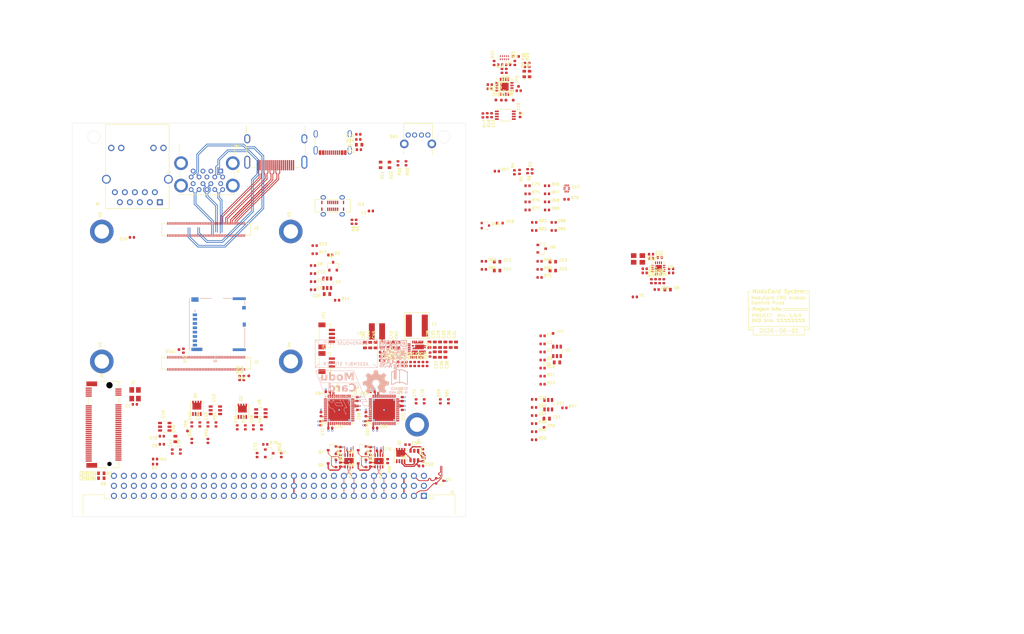
<source format=kicad_pcb>
(kicad_pcb (version 20241229) (generator "pcbnew") (generator_version "9.0")
  (title_block (title "ModuCard CM5 module") (date "2025-07-05") (rev "1.0.0") (company "KoNaR") (comment 1 "Dominik Pluta") (comment 2 "Project author"))
  (layers (0 "F.Cu" signal) (4 "In1.Cu" signal) (6 "In2.Cu" signal) (2 "B.Cu" signal) (13 "F.Paste" user) (15 "B.Paste" user) (5 "F.SilkS" user "F.Silkscreen") (7 "B.SilkS" user "B.Silkscreen") (1 "F.Mask" user) (3 "B.Mask" user) (25 "Edge.Cuts" user))
  (property "SHEETTOTAL" "5")
  (net 0 "")
  (net 1 "GND")
  (net 2 "Net-(U12-VCAP)")
  (net 3 "/Backplane/BACKPLANE.D+")
  (net 4 "/Backplane/BACKPLANE.D-")
  (net 5 "+12V")
  (net 6 "/CM5/CC2")
  (net 7 "Net-(J6-CT)")
  (net 8 "+3V3_M2")
  (net 9 "/CM5/CC1")
  (net 10 "Net-(U4-OE)")
  (net 11 "/Backplane/GPIO_L2")
  (net 12 "/Backplane/GPIO_L13")
  (net 13 "/Backplane/GPIO_L12")
  (net 14 "/Backplane/GPIO_R3")
  (net 15 "/Backplane/GPIO_R8")
  (net 16 "/Backplane/GPIO_L8")
  (net 17 "/Backplane/GPIO_R11")
  (net 18 "/Backplane/GPIO_C13")
  (net 19 "/Backplane/GPIO_R13")
  (net 20 "/Backplane/GPIO_R5")
  (net 21 "/Backplane/GPIO_R9")
  (net 22 "/Backplane/CAN_1.+")
  (net 23 "/Backplane/GPIO_R12")
  (net 24 "/Backplane/GPIO_C0")
  (net 25 "/Backplane/GPIO_C1")
  (net 26 "/Backplane/GPIO_C15")
  (net 27 "/Backplane/GPIO_R2")
  (net 28 "/Backplane/GPIO_R10")
  (net 29 "/Backplane/GPIO_L11")
  (net 30 "/Backplane/GPIO_C7")
  (net 31 "/Backplane/GPIO_L3")
  (net 32 "/Backplane/GPIO_L7")
  (net 33 "/Backplane/GPIO_C8")
  (net 34 "/Backplane/GPIO_R15")
  (net 35 "/Backplane/GPIO_L6")
  (net 36 "/Backplane/GPIO_C12")
  (net 37 "/Backplane/GPIO_L1")
  (net 38 "/Backplane/GPIO_C4")
  (net 39 "/Backplane/GPIO_R1")
  (net 40 "/Backplane/GPIO_L4")
  (net 41 "/Backplane/GPIO_C11")
  (net 42 "/Backplane/GPIO_L0")
  (net 43 "+24V")
  (net 44 "/Backplane/GPIO_C9")
  (net 45 "/Backplane/GPIO_R7")
  (net 46 "/Backplane/GPIO_R14")
  (net 47 "/Backplane/GPIO_L5")
  (net 48 "/Backplane/GPIO_L14")
  (net 49 "/Backplane/GPIO_C2")
  (net 50 "/Backplane/GPIO_L10")
  (net 51 "/Backplane/GPIO_R0")
  (net 52 "/Backplane/GPIO_C10")
  (net 53 "/Backplane/GPIO_C6")
  (net 54 "/Backplane/GPIO_C3")
  (net 55 "/Backplane/GPIO_R4")
  (net 56 "/Backplane/GPIO_R6")
  (net 57 "/Backplane/GPIO_C5")
  (net 58 "+5V_STDBY")
  (net 59 "/USB/+VBUS")
  (net 60 "Net-(J9-SHIELD)")
  (net 61 "+5V")
  (net 62 "/Backplane/GPIO_L9")
  (net 63 "/HDMI/HDMI_+5V")
  (net 64 "+3V3")
  (net 65 "/Backplane/CAN_1.-")
  (net 66 "Net-(U5-3V3)")
  (net 67 "/CAN to USB 1/~{RST}")
  (net 68 "/CAN to USB 2/~{RST}")
  (net 69 "/CAN to USB 1/VIO")
  (net 70 "/CAN to USB 2/VIO")
  (net 71 "Net-(J13-SHIELD)")
  (net 72 "Net-(D12-C)")
  (net 73 "Net-(D13-C)")
  (net 74 "Net-(D14-C)")
  (net 75 "Net-(D15-C)")
  (net 76 "/USB switch/SEL")
  (net 77 "/USB switch/USB_2.D-")
  (net 78 "/USB switch/USB_2.D+")
  (net 79 "/USB console/FTDI_VCCIO")
  (net 80 "Net-(D2-C)")
  (net 81 "/Backplane/GPIO_L15")
  (net 82 "Net-(D5-A)")
  (net 83 "/Backplane/GPIO_C14")
  (net 84 "Net-(D7-A)")
  (net 85 "Net-(J2-GPIO11)")
  (net 86 "/Backplane/CAN_2.+")
  (net 87 "/Backplane/CAN_2.-")
  (net 88 "/CM5/HDMI_0.SDA")
  (net 89 "/CM5/HDMI_0.SCL")
  (net 90 "/CM5/HDMI_0.CLK-")
  (net 91 "/CM5/HDMI_0.CLK+")
  (net 92 "/CM5/HDMI_0.D0-")
  (net 93 "/CM5/HDMI_0.D1+")
  (net 94 "/CM5/HDMI_0.CEC")
  (net 95 "/CM5/HDMI_0.D2-")
  (net 96 "/CM5/HDMI_0.D2+")
  (net 97 "/CM5/HDMI_0.D1-")
  (net 98 "/CM5/ETH.D4-")
  (net 99 "/CM5/ETH.D3+")
  (net 100 "/Power/Ideal diode 2/~{DISABLE}")
  (net 101 "/CM5/ETH.D1-")
  (net 102 "/CM5/ETH.D2+")
  (net 103 "/CM5/ETH.D3-")
  (net 104 "/CM5/ETH.D4+")
  (net 106 "/CM5/ETH.D1+")
  (net 107 "/CM5/ETH.D2-")
  (net 108 "Net-(D8-C)")
  (net 109 "Net-(J2-GPIO12)")
  (net 110 "Net-(J2-GPIO13)")
  (net 111 "Net-(J2-GPIO10)")
  (net 112 "/CM5/USB_SS_1.TX+")
  (net 113 "/HDMI/FLG")
  (net 114 "/HDMI/EN")
  (net 115 "/HDMI/ISET")
  (net 116 "/CM5/HDMI_0.D0+")
  (net 117 "/CM5/ETH.LED_LINK")
  (net 118 "/CM5/ETH.LED_ACT")
  (net 119 "/CM5/HDMI_0.HOTPLUG")
  (net 120 "/CM5/MIPI_0.D1+")
  (net 121 "/CM5/HDMI_1.CLK+")
  (net 122 "/CM5/HDMI_1.D1-")
  (net 123 "/CM5/MIPI_1.CLK+")
  (net 124 "/CM5/MIPI_1.D3-")
  (net 125 "/CM5/MIPI_1.D2-")
  (net 126 "/CM5/MIPI_1.CLK-")
  (net 127 "/CM5/MIPI_0.D0+")
  (net 128 "/CM5/HDMI_1.D0+")
  (net 129 "/CM5/HDMI_1.HOTPLUG")
  (net 130 "/CM5/HDMI_1.D2-")
  (net 131 "/CM5/MIPI_1.D0+")
  (net 132 "/CM5/MIPI_1.D3+")
  (net 133 "/CM5/MIPI_1.D2+")
  (net 134 "/CM5/MIPI_0.D2-")
  (net 135 "/CM5/MIPI_0.D0-")
  (net 136 "/CM5/USB.D-")
  (net 137 "/CM5/USB.D+")
  (net 138 "/CM5/HDMI_1.D0-")
  (net 139 "/CM5/HDMI_1.CEC")
  (net 140 "/CM5/HDMI_1.D2+")
  (net 141 "/CM5/MIPI_0.D3+")
  (net 142 "/CM5/MIPI_0.D2+")
  (net 145 "/CM5/SD_CARD.DAT6")
  (net 146 "/CM5/MIPI_0.CLK+")
  (net 147 "/CM5/SD_CARD.DAT0")
  (net 148 "Net-(D10-C)")
  (net 149 "Net-(D11-C)")
  (net 150 "/CM5/MIPI_1.D1+")
  (net 151 "/CM5/SD_PWR_ON")
  (net 154 "/CM5/MIPI_0.D3-")
  (net 155 "/CM5/MIPI_0.CLK-")
  (net 156 "/CM5/HDMI_1.D1+")
  (net 157 "/CM5/CM5_TX")
  (net 159 "/CM5/~{WiFi_DIS}")
  (net 160 "/CM5/SD_CARD.DAT3")
  (net 161 "/CM5/MIPI_1.D1-")
  (net 162 "/CM5/CM5_RX")
  (net 163 "/CM5/HDMI_1.CLK-")
  (net 164 "/CM5/HDMI_1.SCL")
  (net 165 "/CM5/USB_SS_1.D-")
  (net 166 "/CM5/MIPI_1.D0-")
  (net 167 "/CM5/MIPI_0.D1-")
  (net 168 "/CM5/HDMI_1.SDA")
  (net 169 "/M.2/SUSCLK")
  (net 170 "/CM5/~{LED_ACT}")
  (net 171 "/CM5/SD_CARD.DAT4")
  (net 172 "/CM5/PCIe.REFCLK-")
  (net 173 "/M.2/LED")
  (net 175 "Net-(Q4-G)")
  (net 177 "/CM5/USB_SS_1.D+")
  (net 178 "/CM5/PCIe.TX0-")
  (net 180 "/USB hub/USB_1_R.D+")
  (net 181 "/USB hub/USB_1_R.D-")
  (net 182 "/CM5/USB_SS_0.RX-")
  (net 184 "/CM5/USB_SS_1.TX-")
  (net 185 "/CM5/SD_CARD.CMD")
  (net 186 "Net-(J10-VDD)")
  (net 187 "/USB hub/USB_2_R.D+")
  (net 189 "/CM5/SDA1")
  (net 191 "/CM5/PCIe.TX0+")
  (net 193 "/CM5/SD_CARD.CLK")
  (net 195 "/CM5/~{PCIe_PERST}")
  (net 197 "/CM5/SCL1")
  (net 198 "/CM5/USB_SS_0.D-")
  (net 199 "/CM5/USB_SS_0.TX+")
  (net 200 "/CM5/PWR_BTN")
  (net 201 "/CM5/SD_CARD.DAT1")
  (net 202 "/USB hub/USB_2_R.D-")
  (net 203 "/USB hub/USB_3_R.D+")
  (net 205 "/Power/5V")
  (net 207 "/CM5/SD_CARD.DAT2")
  (net 211 "/CM5/SD_CARD.DAT7")
  (net 213 "/CM5/~{LED_PWR}")
  (net 214 "/CM5/SDA0")
  (net 216 "/CM5/~{PCIe_CLKREQ}")
  (net 217 "/CM5/PCIe.RX0-")
  (net 218 "/USB hub/USB_3_R.D-")
  (net 219 "/CM5/PMIC_EN")
  (net 220 "/USB hub/USB_4_R.D+")
  (net 221 "/CM5/~{EEPROM_WP}")
  (net 222 "/USB hub/USB_4_R.D-")
  (net 223 "/CM5/SCL0")
  (net 224 "/CM5/~{PCIe_WAKE}")
  (net 225 "/CM5/PCIe.RX0+")
  (net 226 "/CM5/~{BT_DIS}")
  (net 227 "Net-(J2-Ethernet_SYNC_OUT)")
  (net 228 "/USB hub/XO")
  (net 229 "/CM5/USB_SS_1.RX-")
  (net 230 "/CM5/PCIe.REFCLK+")
  (net 231 "/USB hub/XI")
  (net 233 "/CM5/UART2_TX")
  (net 238 "/CM5/SD_CARD.DAT5")
  (net 244 "/USB console/FTDI_LED_RX")
  (net 245 "/USB console/USB_D-")
  (net 246 "/USB console/USB_D+")
  (net 247 "/USB console/FTDI_LED_TX")
  (net 248 "Net-(D6-A)")
  (net 249 "/USB console/FTDI_CBUS0")
  (net 250 "/CM5/+1V8_CM5")
  (net 252 "/CM5/UART2_RX")
  (net 253 "/USB console/FTDI_CBUS3")
  (net 255 "/CM5/+3V3_CM5")
  (net 280 "Net-(J6-Pad13)")
  (net 281 "Net-(J6-Pad12)")
  (net 287 "Net-(U3-D+)")
  (net 288 "Net-(U3-D-)")
  (net 289 "Net-(U5-PGANG)")
  (net 290 "Net-(U3-TXD)")
  (net 291 "/CM5/GPIO_VREF")
  (net 292 "Net-(U3-RXD)")
  (net 294 "/CM5/CONSOLE.TX")
  (net 295 "/CM5/CONSOLE.RX")
  (net 298 "/Power/5V_BOOT")
  (net 299 "/Power/5V_PHASE")
  (net 300 "/USB hub/USB_4.D+")
  (net 301 "/Power/5V_VDRV")
  (net 302 "/Power/5V_VDD")
  (net 303 "/USB hub/USB_4.D-")
  (net 304 "Net-(U6-VCAP)")
  (net 305 "/Power/5V_USB_IN")
  (net 306 "Net-(U8-VCAP)")
  (net 307 "/Power/5V_SW")
  (net 308 "Net-(Q1-G)")
  (net 309 "Net-(Q2-G)")
  (net 310 "/Power/Ideal diode 0/~{DISABLE}")
  (net 311 "/Power/5V_MODE1")
  (net 312 "/Power/5V_MODE2")
  (net 313 "/Power/5V_FB")
  (net 314 "/Power/5V_EN")
  (net 315 "/Power/Ideal diode 1/~{DISABLE}")
  (net 320 "/M.2/EN")
  (net 321 "/M.2/ISET")
  (net 322 "/SD card/FLG")
  (net 323 "/SD card/ISET")
  (net 324 "/SD card/EN")
  (net 325 "Net-(D9-C)")
  (net 326 "/CM5/PCIe_PWR_EN")
  (net 327 "/M.2/SUSCLK_R")
  (net 328 "/M.2/~{FLG}")
  (net 329 "/CM5/~{RPIBOOT}")
  (net 330 "/CM5/USB_SS_1.RX+")
  (net 331 "/CM5/FAN_TACHO")
  (net 332 "/CM5/FAN_PWM")
  (net 333 "/CM5/USB_SS_0.TX-")
  (net 334 "/CM5/USB_SS_0.D+")
  (net 335 "/CM5/VBUS_EN")
  (net 336 "/CM5/USB_SS_0.RX+")
  (net 337 "Net-(U15-STB)")
  (net 338 "Net-(U16-STB)")
  (net 358 "Net-(J13-CC1)")
  (net 375 "Net-(J13-CC2)")
  (net 381 "/CAN to USB 1/EN_TRANSCEIVER")
  (net 384 "Net-(Q5-D)")
  (net 395 "/CAN to USB 2/RST_MCU")
  (net 412 "Net-(Q7-D)")
  (net 417 "/CAN to USB 2/EN_TRANSCEIVER")
  (net 418 "/CAN to USB 1/RST_MCU")
  (net 419 "/USB/EN")
  (net 420 "/USB/FLG")
  (net 421 "/USB/ISET")
  (net 422 "/CAN to USB 1/USB.D+")
  (net 423 "/CAN to USB 1/USB.D-")
  (net 424 "/CAN to USB 2/USB.D+")
  (net 425 "/CAN to USB 2/USB.D-")
  (net 426 "/CAN to USB 1/WORD_LED")
  (net 427 "/CAN to USB 2/WORD_LED")
  (net 428 "/CAN to USB 1/STAT_LED")
  (net 429 "/CAN to USB 2/STAT_LED")
  (net 430 "Net-(U17-SEL)")
  (net 431 "/USB hub/USB_HUB.D-")
  (net 432 "/USB hub/USB_HUB.D+")
  (net 433 "/CAN to USB 1/TXD")
  (net 434 "/CAN to USB 1/RXD")
  (net 435 "/CAN to USB 2/RXD")
  (net 436 "/CAN to USB 2/TXD")
  (net 440 "Net-(U17-~{OE})")
  (net 446 "/Power/3V3_FB")
  (net 447 "/Power/3V3_SW")
  (footprint "DW-footprints:C_0402_1005Metric" (layer "F.Cu") (at 116.99 127.465)
    (property "Reference" "C69")
    (property "Value" "C-100n-0402")
  )
  (footprint "DW-footprints:R_0402_1005Metric" (layer "F.Cu") (at 190.3 90.175 90)
    (property "Reference" "R29")
    (property "Value" "R-0R-0402")
  )
  (footprint "DW-footprints:SOT-23-3" (layer "F.Cu") (at 113.67 133.1 180)
    (property "Reference" "Q5")
    (property "Value" "AO3400A")
  )
  (footprint "DW-footprints:LED_0603_1608Metric_R" (layer "F.Cu") (at 112.91 55.52 180)
    (property "Reference" "D7")
    (property "Value" "LED-R-0603_KT-0603R")
  )
  (footprint "DW-footprints:RJ45_HC612601A-M893-A" (layer "F.Cu") (at 62.3 70.125 180)
    (property "Reference" "J6")
    (property "Value" "RJ45_HC612601A-M893-A")
  )
  (footprint "DW-footprints:LED_0603_1608Metric_R" (layer "F.Cu") (at 156.2 37.550001 90)
    (property "Reference" "D5")
    (property "Value" "LED-R-0603_KT-0603R")
  )
  (footprint "DW-footprints:R_0402_1005Metric" (layer "F.Cu") (at 155.69 70.035)
    (property "Reference" "R76")
    (property "Value" "R-5k1-0402")
  )
  (footprint "DW-footprints:HVSON-8-1EP_3x3mm_P0.65mm_EP1.6x2.4mm" (layer "F.Cu") (at 110.32 135.872349 -90)
    (property "Reference" "U16")
    (property "Value" "TJA1044GTK_3Z")
  )
  (footprint "DW-footprints:C_0402_1005Metric" (layer "F.Cu") (at 112.43 122.375 -90)
    (property "Reference" "C68")
    (property "Value" "C-100n-0402")
  )
  (footprint "DW-footprints:R_0402_1005Metric" (layer "F.Cu") (at 114.63 123.975 -90)
    (property "Reference" "R84")
    (property "Value" "R-10k-0402")
  )
  (footprint "DW-footprints:C_0402_1005Metric" (layer "F.Cu") (at 159.52 106.105001)
    (property "Reference" "C3")
    (property "Value" "C-100n-0402")
  )
  (footprint "DW-footprints:TP_SMD_0.75mm" (layer "F.Cu") (at 150.2 44.2 90)
    (property "Reference" "TP2")
    (property "Value" "TP_SMD_0.75mm")
  )
  (footprint "DW-footprints:R_0402_1005Metric" (layer "F.Cu") (at 122.82 111.215 90)
    (property "Reference" "R37")
    (property "Value" "R-10k-0402")
  )
  (footprint "DW-footprints:C_0603_1608Metric" (layer "F.Cu") (at 104.75 93.450001 180)
    (property "Reference" "C26")
    (property "Value" "C-10u-0603")
  )
  (footprint "DW-footprints:R_0402_1005Metric" (layer "F.Cu") (at 76.55 126.56 90)
    (property "Reference" "R45")
    (property "Value" "R-10k-0402")
  )
  (footprint "DW-footprints:C_0603_1608Metric" (layer "F.Cu") (at 133.47 108.815 -90)
    (property "Reference" "C36")
    (property "Value" "C-10u-0603")
  )
  (footprint "DW-footprints:R_0402_1005Metric" (layer "F.Cu") (at 129.086999 133.353999 -90)
    (property "Reference" "R40")
    (property "Value" "R-10k-0402")
  )
  (footprint "DW-footprints:SW_TL2243" (layer "F.Cu") (at 130.38 53.05 180)
    (property "Reference" "SW1")
    (property "Value" "SW_TL2243")
  )
  (footprint "DW-footprints:R_0402_1005Metric" (layer "F.Cu") (at 89.08 131.63)
    (property "Reference" "R79")
    (property "Value" "R-10k-0402")
  )
  (footprint "DW-footprints:R_0402_1005Metric" (layer "F.Cu") (at 82.55 114.77 90)
    (property "Reference" "R53")
    (property "Value" "R-0R-0402")
  )
  (footprint "DW-footprints:C_0402_1005Metric" (layer "F.Cu") (at 55.95 121.450001 180)
    (property "Reference" "C1")
    (property "Value" "C-100n-0402")
  )
  (footprint "DW-footprints:LED_0603_1608Metric_R" (layer "F.Cu") (at 47.42 138.965 180)
    (property "Reference" "D2")
    (property "Value" "LED-R-0603_KT-0603R")
  )
  (footprint "DW-footprints:C_0402_1005Metric" (layer "F.Cu") (at 125.196999 131.696999)
    (property "Reference" "C57")
    (property "Value" "C-100n-0402")
  )
  (footprint "DW-footprints:SOT-23-3" (layer "F.Cu") (at 106.05 133.1 180)
    (property "Reference" "Q7")
    (property "Value" "AO3400A")
  )
  (footprint "DW-footprints:C_0402_1005Metric" (layer "F.Cu") (at 101.2 86.200001)
    (property "Reference" "C8")
    (property "Value" "C-100n-0402")
  )
  (footprint "DW-footprints:C_0402_1005Metric" (layer "F.Cu") (at 81.95 127.3 90)
    (property "Reference" "C41")
    (property "Value" "C-100n-0402")
  )
  (footprint "DW-footprints:C_0603_1608Metric" (layer "F.Cu") (at 121.47 106.415 90)
    (property "Reference" "C42")
    (property "Value" "C-10u-0603")
  )
  (footprint "DW-footprints:USB-C-Receptacle_USB-310-B-SU" (layer "F.Cu") (at 106.2 53.84 180)
    (property "Reference" "J9")
    (property "Value" "USB-C_USB-310F-B-SU")
  )
  (footprint "DW-footprints:LED_0603_1608Metric_R" (layer "F.Cu") (at 162.11 85.225)
    (property "Reference" "D13")
    (property "Value" "LED-R-0603_KT-0603R")
  )
  (footprint "DW-footprints:C_0402_1005Metric" (layer "F.Cu") (at 129.076999 135.406999 90)
    (property "Reference" "C40")
    (property "Value" "C-100n-0402")
  )
  (footprint "DW-footprints:C_0402_1005Metric" (layer "F.Cu") (at 159.52 108.155001)
    (property "Reference" "C7")
    (property "Value" "C-4u7-0402")
  )
  (footprint "DW-footprints:C_0402_1005Metric" (layer "F.Cu") (at 101.2 88.250001)
    (property "Reference" "C12")
    (property "Value" "C-4u7-0402")
  )
  (footprint "DW-footprints:R_0402_1005Metric" (layer "F.Cu") (at 107.3175 95.020001)
    (property "Reference" "R14")
    (property "Value" "R-10k-0402")
  )
  (footprint "DW-footprints:R_0402_1005Metric" (layer "F.Cu") (at 83.61 114.77 90)
    (property "Reference" "R54")
    (property "Value" "R-0R-0402")
  )
  (footprint "DW-footprints:Card_M.2-2280-M-key" (layer "F.Cu") (at 127.625 126.6 90)
    (property "Reference" "A2" (hide yes))
    (property "Value" "M.2 M-key 2280")
  )
  (footprint "DW-footprints:LED_0603_1608Metric_R" (layer "F.Cu") (at 47.42 140.215 180)
    (property "Reference" "D9")
    (property "Value" "LED-R-0603_KT-0603R")
  )
  (footprint "DW-footprints:C_0402_1005Metric" (layer "F.Cu") (at 127.02 111.215 90)
    (property "Reference" "C34")
    (property "Value" "C-4u7-0402")
  )
  (footprint "DW-footprints:PowerPAK-1212-8_Single" (layer "F.Cu") (at 71.7 122.48 90)
    (property "Reference" "Q4")
    (property "Value" "SIS472DN-T1-GE3")
  )
  (footprint "DW-footprints:C_0603_1608Metric" (layer "F.Cu") (at 137.52 106.315 90)
    (property "Reference" "C31")
    (property "Value" "C-10u-0603")
  )
  (footprint "DW-footprints:R_0402_1005Metric" (layer "F.Cu") (at 150.3 36.75 -90)
    (property "Reference" "R18")
    (property "Value" "R-22R-0402")
  )
  (footprint "DW-footprints:C_0402_1005Metric" (layer "F.Cu") (at 86.995 134.335 90)
    (property "Reference" "C73")
    (property "Value" "C-100n-0402")
  )
  (footprint "DW-footprints:L-CJiang-FEXL0650A" (layer "F.Cu") (at 127.57 101.465)
    (property "Reference" "L1")
    (property "Value" "L-1u-20A-CJiang-FEXL0650A")
  )
  (footprint "DW-footprints:LED_0603_1608Metric_R" (layer "F.Cu") (at 120.62 60.64 -90)
    (property "Reference" "D10")
    (property "Value" "LED-R-0603_KT-0603R")
  )
  (footprint "DW-footprints:R_0402_1005Metric" (layer "F.Cu") (at 149.2 36.75 -90)
    (property "Reference" "R19")
    (property "Value" "R-22R-0402")
  )
  (footprint "DW-footprints:C_0402_1005Metric" (layer "F.Cu") (at 157.35 122.25)
    (property "Reference" "C53")
    (property "Value" "C-4u7-0402")
  )
  (footprint "DW-footprints:C_0402_1005Metric" (layer "F.Cu") (at 117.94 133.28)
    (property "Reference" "C75")
    (property "Value" "C-100n-0402")
  )
  (footprint "DW-footprints:C_0603_1608Metric" (layer "F.Cu") (at 117.08 106.415 90)
    (property "Reference" "C45")
    (property "Value" "C-10u-0603")
  )
  (footprint "DW-footprints:R_0402_1005Metric" (layer "F.Cu") (at 108.11 132.82 -90)
    (property "Reference" "R72")
    (property "Value" "R-10k-0402")
  )
  (footprint "DW-footprints:R_0402_1005Metric" (layer "F.Cu") (at 129.12 111.215 90)
    (property "Reference" "R35")
    (property "Value" "R-499k-0402")
  )
  (footprint "DW-footprints:C_0402_1005Metric" (layer "F.Cu") (at 112.429999 120.120001 90)
    (property "Reference" "C66")
    (property "Value" "C-100n-0402")
  )
  (footprint "DW-footprints:R_0402_1005Metric" (layer "F.Cu") (at 61.09 135.355 180)
    (property "Reference" "R51")
    (property "Value" "R-1k-0402")
  )
  (footprint "DW-footprints:C_0603_1608Metric" (layer "F.Cu") (at 66.25 130.250001 90)
    (property "Reference" "C46")
    (property "Value" "C-10u-0603")
  )
  (footprint "DW-footprints:R_0402_1005Metric" (layer "F.Cu") (at 192.150001 88.075 180)
    (property "Reference" "R28")
    (property "Value" "R-0R-0402")
  )
  (footprint "DW-footprints:TP_SMD_0.75mm" (layer "F.Cu") (at 69.325 128.225001 90)
    (property "Reference" "TP8")
    (property "Value" "TP_SMD_0.75mm")
  )
  (footprint "DW-footprints:R_0402_1005Metric" (layer "F.Cu") (at 112.15 75.100001 -90)
    (property "Reference" "R9")
    (property "Value" "R-1k-0402")
  )
  (footprint "DW-footprints:R_0402_1005Metric" (layer "F.Cu") (at 182.95 94.175002)
    (property "Reference" "R1")
    (property "Value" "R-0R-0402")
  )
  (footprint "DW-footprints:C_0402_1005Metric" (layer "F.Cu") (at 123.829999 120.120001 90)
    (property "Reference" "C65")
    (property "Value" "C-100n-0402")
  )
  (footprint "DW-footprints:SOT1176-1" (layer "F.Cu") (at 149.8 33.4)
    (property "Reference" "D4")
    (property "Value" "PUSB3F96X")
  )
  (footprint "DW-footprints:Conn_JST_SH_1x4_BM04B-SRSS-TB" (layer "F.Cu") (at 104.22 104.07 90)
    (property "Reference" "J11")
    (property "Value" "JST_SH_1x4_BM04B-SRSS-TB-LF-SN")
  )
  (footprint "DW-footprints:C_0402_1005Metric" (layer "F.Cu") (at 146.55 48.025 -90)
    (property "Reference" "C19")
    (property "Value" "C-100n-0402")
  )
  (footprint "DW-footprints:R_0402_1005Metric" (layer "F.Cu") (at 115.73 134.78 90)
    (property "Reference" "R73")
    (property "Value" "R-10k-0402")
  )
  (footprint "DW-footprints:C_0402_1005Metric" (layer "F.Cu") (at 62.8 131.600001 180)
    (property "Reference" "C5")
    (property "Value" "C-100n-0402")
  )
  (footprint "DW-footprints:C_0402_1005Metric" (layer "F.Cu") (at 65.45 133.450001 90)
    (property "Reference" "C47")
    (property "Value" "C-4u7-0402")
  )
  (footprint "DW-footprints:UFQFN-10_1.4x1.8mm_P0.4mm" (layer "F.Cu") (at 165.64 66.635)
    (property "Reference" "U17")
    (property "Value" "FSUSB42UMX")
  )
  (footprint "DW-footprints:R_0402_1005Metric" (layer "F.Cu") (at 115.73 132.82 -90)
    (property "Reference" "R70")
    (property "Value" "R-10k-0402")
  )
  (footprint "DW-footprints:C_0603_1608Metric" (layer "F.Cu") (at 134.82 108.815 -90)
    (property "Reference" "C38")
    (property "Value" "C-10u-0603")
  )
  (footprint "DW-footprints:C_0402_1005Metric" (layer "F.Cu") (at 116.34 118.265 180)
    (property "Reference" "C63")
    (property "Value" "C-100n-0402")
  )
  (footprint "DW-footprints:R_0402_1005Metric" (layer "F.Cu") (at 158.75 87.175)
    (property "Reference" "R65")
    (property "Value" "R-1k-0402")
  )
  (footprint "DW-footprints:C_0402_1005Metric" (layer "F.Cu") (at 101.2 90.300001)
    (property "Reference" "C11")
    (property "Value" "C-4u7-0402")
  )
  (footprint "DW-footprints:R_0402_1005Metric" (layer "F.Cu") (at 93.145 134.335 90)
    (property "Reference" "R58")
    (property "Value" "R-10k-0402")
  )
  (footprint "DW-footprints:TP_SMD_0.75mm" (layer "F.Cu") (at 159.875 127.325)
    (property "Reference" "TP9")
    (property "Value" "TP_SMD_0.75mm")
  )
  (footprint "DW-footprints:SOT-23-6" (layer "F.Cu") (at 76.4 122.96 90)
    (property "Reference" "U12")
    (property "Value" "LM74700QDBVRQ1")
  )
  (footprint "DW-footprints:C_0402_1005Metric" (layer "F.Cu") (at 104.94 118.265 180)
    (property "Reference" "C64")
    (property "Value" "C-100n-0402")
  )
  (footprint "DW-footprints:SOT-23-3" (layer "F.Cu") (at 159.3 81.925)
    (property "Reference" "Q6")
    (property "Value" "AO3400A")
  )
  (footprint "DW-footprints:C_0402_1005Metric" (layer "F.Cu") (at 189.3 84.175 180)
    (property "Reference" "C23")
    (property "Value" "C-4u7-0402")
  )
  (footprint "DW-footprints:SOT-23-3" (layer "F.Cu") (at 106.3 86.38 90)
    (property "Reference" "Q3")
    (property "Value" "AO3400A")
  )
  (footprint "DW-footprints:C_0402_1005Metric" (layer "F.Cu") (at 187.05 83.325)
    (property "Reference" "C21")
    (property "Value" "C-4u7-0402")
  )
  (footprint "DW-footprints:LED_0603_1608Metric_R" (layer "F.Cu") (at 191.28 92.325)
    (property "Reference" "D8")
    (property "Value" "LED-R-0603_KT-0603R")
  )
  (footprint "DW-footprints:R_0402_1005Metric" (layer "F.Cu") (at 160.64 67.985)
    (property "Reference" "R67")
    (property "Value" "R-0R-0402")
  )
  (footprint "DW-footprints:R_0402_1005Metric" (layer "F.Cu") (at 135.59 120.689999 90)
    (property "Reference" "R61")
    (property "Value" "R-10k-0402")
  )
  (footprint "DW-footprints:C_0402_1005Metric" (layer "F.Cu") (at 153.45 41.8 180)
    (property "Reference" "C17")
    (property "Value" "C-100n-0402")
  )
  (footprint "DW-footprints:SOT-23-3" (layer "F.Cu") (at 90.08 133.89)
    (property "Reference" "Q10")
    (property "Value" "AO3400A")
  )
  (footprint "DW-footprints:LED_0603_1608Metric_R" (layer "F.Cu") (at 147.96 85.225)
    (property "Reference" "D12")
    (property "Value" "LED-R-0603_KT-0603R")
  )
  (footprint "DW-footprints:C_0402_1005Metric" (layer "F.Cu") (at 72.45 126.56 90)
    (property "Reference" "C56")
    (property "Value" "C-100n-0402")
  )
  (footprint "DW-footprints:R_0402_1005Metric" (layer "F.Cu") (at 157.38 75.245)
    (property "Reference" "R82")
    (property "Value" "R-0R-0402")
  )
  (footprint "DW-footprints:C_0402_1005Metric" (layer "F.Cu") (at 159.52 110.205001)
    (property "Reference" "C6")
    (property "Value" "C-4u7-0402")
  )
  (footprint "DW-footprints:TSSOP-8_3x3mm_P0.65mm" (layer "F.Cu") (at 150.05 48.025)
    (property "Reference" "U4")
    (property "Value" "NTS0102DP")
  )
  (footprint "DW-footprints:QFN-16-1EP_4x4mm_P0.65mm_EP2.15x2.15mm" (layer "F.Cu") (at 149.825 40.8 180)
    (property "Reference" "U3")
    (property "Value" "FT230XQ-R")
  )
  (footprint "DW-footprints:TP_SMD_0.75mm" (layer "F.Cu") (at 149.05 44.2 90)
    (property "Reference" "TP5")
    (property "Value" "TP_SMD_0.75mm")
  )
  (footprint "DW-footprints:C_0402_1005Metric" (layer "F.Cu") (at 115.73 136.74 90)
    (property "Reference" "C77")
    (property "Value" "C-100n-0402")
  )
  (footprint "DW-footprints:R_0402_1005Metric" (layer "F.Cu") (at 124.92 111.215 90)
    (property "Reference" "R39")
    (property "Value" "R-10k-0402")
  )
  (footprint "DW-footprints:R_0402_1005Metric" (layer "F.Cu") (at 159.52 114.305001)
    (property "Reference" "R11")
    (property "Value" "R-10k-0402")
  )
  (footprint "DW-footprints:C_0402_1005Metric" (layer "F.Cu") (at 148.75 35.2)
    (property "Reference" "C14")
    (property "Value" "C-47p-0402")
  )
  (footprint "DW-footprints:R_0402_1005Metric" (layer "F.Cu") (at 144.6 85.125)
    (property "Reference" "R62")
    (property "Value" "R-1k-0402")
  )
  (footprint "DW-footprints:CM5" (layer "F.Cu") (at 95.55 77.55 -90)
    (property "Reference" "A1" (hide yes))
    (property "Value" "RPi CM5")
  )
  (footprint "DW-footprints:R_0402_1005Metric" (layer "F.Cu") (at 133.540001 120.69 90)
    (property "Reference" "R59")
    (property "Value" "R-10k-0402")
  )
  (footprint "DW-footprints:C_0402_1005Metric" (layer "F.Cu") (at 103.23 126.27 -90)
    (property "Reference" "C72")
    (property "Value" "C-100n-0402")
  )
  (footprint "DW-footprints:D_SOD-523" (layer "F.Cu") (at 152.75 33.1)
    (property "Reference" "D3")
    (property "Value" "PESD5Z5")
  )
  (footprint "DW-footprints:R_0402_1005Metric" (layer "F.Cu") (at 185.45 88.075)
    (property "Reference" "R33")
    (property "Value" "R-0R-0402")
  )
  (footprint "DW-footprints:R_0402_1005Metric" (layer "F.Cu") (at 156.85 62.275 90)
    (property "Reference" "R3")
    (property "Value" "R-0R-0402")
  )
  (footprint "DW-footprints:R_0402_1005Metric" (layer "F.Cu") (at 105.59 83.53)
    (property "Reference" "R2")
    (property "Value" "R-0R-0402")
  )
  (footprint "DW-footprints:Crystal_SMD_3225-4Pin_3.2x2.5mm" (layer "F.Cu") (at 56 118.900001 90)
    (property "Reference" "Y1")
    (property "Value" "Oscillator_32.768kHz_OK2EL89CJI-111YLC-32.768K")
  )
  (footprint "DW-footprints:LED_0603_1608Metric_R" (layer "F.Cu") (at 162.11 87.475)
    (property "Reference" "D15")
    (property "Value" "LED-R-0603_KT-0603R")
  )
  (footprint "DW-footprints:R_0402_1005Metric" (layer "F.Cu") (at 157.35 126.35)
    (property "Reference" "R48")
    (property "Value" "R-10k-0402")
  )
  (footprint "DW-footprints:C_0402_1005Metric" (layer "F.Cu") (at 157.35 124.3)
    (property "Reference" "C54")
    (property "Value" "C-100n-0402")
  )
  (footprint "DW-footprints:C_0603_1608Metric" (layer "F.Cu") (at 130.77 106.315 90)
    (property "Reference" "C28")
    (property "Value" "C-10u-0603")
  )
  (footprint "DW-footprints:R_0402_1005Metric" (layer "F.Cu") (at 192.15 87.025 180)
    (property "Reference" "R27")
    (property "Value" "R-0R-0402")
  )
  (footprint "DW-footprints:R_0402_1005Metric" (layer "F.Cu") (at 155 35.250001 90)
    (property "Reference" "R21")
    (property "Value" "R-1k-0402")
  )
  (footprint "DW-footprints:SOT-23-3" (layer "F.Cu") (at 113.67 136.46 180)
    (property "Reference" "Q8")
    (property "Value" "AO3401A")
  )
  (footprint "DW-footprints:C_0402_1005Metric" (layer "F.Cu") (at 70.4 126.56 90)
    (property "Reference" "C49")
    (property "Value" "C-100n-0402")
  )
  (footprint "DW-footprints:R_0402_1005Metric" (layer "F.Cu") (at 147.89 62.239999)
    (property "Reference" "R57")
    (property "Value" "R-10k-0402")
  )
  (footprint "DW-footprints:TSOT-23-6" (layer "F.Cu") (at 163.17 108.005001)
    (property "Reference" "U1")
    (property "Value" "AP22615AWU-7")
  )
  (footprint "DW-footprints:Spacer_M2.5_H3mm_9774030151R" (layer "F.Cu") (at 95.55 110.55 90)
    (property "Reference" "H4")
    (property "Value" "Spacer_M2.5_H3mm_9774030151R")
  )
  (footprint "DW-footprints:C_0402_1005Metric" (layer "F.Cu") (at 84 127.3 90)
    (property "Reference" "C55")
    (property "Value" "C-100n-0402")
  )
  (footprint "DW-footprints:Conn_JST_SH_1x3_BM03B-SRSS-TB" (layer "F.Cu") (at 104.22 110.84 90)
    (property "Reference" "J4")
    (property "Value" "JST_SH_1x3_BM03B-SRSS-TB-LF-SN")
  )
  (footprint "DW-footprints:C_0402_1005Metric" (layer "F.Cu") (at 55.2 79.050001 180)
    (property "Reference" "C24")
    (property "Value" "C-100n-0402")
  )
  (footprint "DW-footprints:R_0402_1005Metric" (layer "F.Cu") (at 101.625 83.197501)
    (property "Reference" "R15")
    (property "Value" "R-10k-0402")
  )
  (footprint "DW-footprints:L-CJiang-FTC404030S" (layer "F.Cu") (at 117.445 102.915 180)
    (property "Reference" "L3")
    (property "Value" "L-1u5-6.5A-CJiang-FTC404030S")
  )
  (footprint "DW-footprints:C_0603_1608Metric" (layer "F.Cu") (at 132.12 108.815 -90)
    (property "Reference" "C37")
    (property "Value" "C-10u-0603")
  )
  (footprint "DW-footprints:C_0402_1005Metric" (layer "F.Cu") (at 129.44 120.69 90)
    (property "Reference" "C76")
    (property "Value" "C-100n-0402")
  )
  (footprint "DW-footprints:SOT-23-3" (layer "F.Cu") (at 106.05 136.46 180)
    (property "Reference" "Q9")
    (property "Value" "AO3401A")
  )
  (footprint "DW-footprints:R_0402_1005Metric" (layer "F.Cu") (at 123.87 111.215 90)
    (property "Reference" "R38")
    (property "Value" "R-73k2-0402")
  )
  (footprint "DW-footprints:C_0603_1608Metric" (layer "F.Cu") (at 163.17 110.805001 180)
    (property "Reference" "C25")
    (property "Value" "C-10u-0603")
  )
  (footprint "DW-footprints:R_0402_1005Metric" (layer "F.Cu") (at 165.05 122.35)
    (property "Reference" "R47")
    (property "Value" "R-0R-0402")
  )
  (footprint "DW-footprints:TP_SMD_0.75mm" (layer "F.Cu") (at 84.88 114.22 180)
    (property "Reference" "TP1")
    (property "Value" "TP_SMD_0.75mm")
  )
  (footprint "DW-footprints:C_0402_1005Metric" (layer "F.Cu") (at 120.27 106.415 -90)
    (property "Reference" "C43")
    (property "Value" "C-100n-0402")
  )
  (footprint "DW-footprints:D_SOD-523" (layer "F.Cu") (at 148.66 75.425)
    (property "Reference" "D16")
    (property "Value" "PESD5Z5")
  )
  (footprint "DW-footprints:R_0402_1005Metric" (layer "F.Cu") (at 112.71 54.17 180)
    (property "Reference" "R23")
    (property "Value" "R-330r-0402")
  )
  (footprint "DW-footprints:LED_0603_1608Metric_R" (layer "F.Cu") (at 154.85 37.550001 90)
    (property "Reference" "D6")
    (property "Value" "LED-R-0603_KT-0603R")
  )
  (footprint "DW-footprints:SOT-23-6" (layer "F.Cu") (at 126.926999 134.459999 180)
    (property "Reference" "U6")
    (property "Value" "LM74700QDBVRQ1")
  )
  (footprint "DW-footprints:Spacer_M2.5_H3mm_9774030151R" (layer "F.Cu") (at 47.550001 110.55 90)
    (property "Reference" "H1")
    (property "Value" "Spacer_M2.5_H3mm_9774030151R")
  )
  (footprint "DW-footprints:USB-C-Receptacle_TYPE-C_16PLT-H6.5" (layer "F.Cu") (at 106.2 71.04)
    (property "Reference" "J13")
    (property "Value" "USB-C_TYPE-C_16PLT-H6.5")
  )
  (footprint "DW-footprints:R_0402_1005Metric" (layer "F.Cu") (at 111.1 75.100001 -90)
    (property "Reference" "R8")
    (property "Value" "R-1k-0402")
  )
  (footprint "DW-footprints:R_0402_1005Metric" (layer "F.Cu") (at 155.69 67.985)
    (property "Reference" "R75")
    (property "Value" "R-330r-0402")
  )
  (footprint "DW-footprints:R_0402_1005Metric" (layer "F.Cu") (at 68.28 107.84 -90)
    (property "Reference" "R42")
    (property "Value" "R-0R-0402")
  )
  (footprint "DW-footprints:C_0402_1005Metric" (layer "F.Cu") (at 108.11 136.74 90)
    (property "Reference" "C78")
    (property "Value" "C-100n-0402")
  )
  (footprint "DW-footprints:R_0402_1005Metric" (layer "F.Cu") (at 118.745 108.215)
    (property "Reference" "R43")
    (property "Value" "R-10k-0402")
  )
  (footprint "DW-footprints:SOT-23-6" (layer "F.Cu") (at 87.95 123.7 90)
    (property "Reference" "U8")
    (property "Value" "LM74700QDBVRQ1")
  )
  (footprint "DW-footprints:R_0402_1005Metric" (layer "F.Cu") (at 159.52 116.355001)
    (property "Reference" "R12")
    (property "Value" "R-2k2-0402")
  )
  (footprint "DW-footprints:Bus_M.2_Socket_Key_M_TE_1-2199230-6" (layer "F.Cu") (at 48 126.6 90)
    (property "Reference" "J5")
    (property "Value" "Bus_M.2_1-2199230-6")
  )
  (footprint "DW-footprints:Spacer_M2.5_H2.5mm_9774025151R" (layer "F.Cu") (at 127.624999 126.6 -90)
    (property "Reference" "H5")
    (property "Value" "Spacer_M2.5_H2.5mm_9774025151R")
  )
  (footprint "DW-footprints:LED_0603_1608Metric_R" (layer "F.Cu") (at 118.37 60.64 -90)
    (property "Reference" "D11")
    (property "Value" "LED-R-0603_KT-0603R")
  )
  (footprint "DW-footprints:R_0402_1005Metric" (layer "F.Cu") (at 153.65 62.425 -90)
    (property "Reference" "R5")
    (property "Value" "R-0R-0402")
  )
  (footprint "DW-footprints:Conn_DIN_41612_09031967921" (layer "F.Cu") (at 129.37 144.7 180)
    (property "Reference" "J1")
    (property "Value" "DIN-41612-connector_09031967921")
  )
  (footprint "DW-footprints:R_0402_1005Metric" (layer "F.Cu") (at 124.82 60.23 -90)
    (property "Reference" "R55")
    (property "Value" "R-1k-0402")
  )
  (footprint "DW-footprints:R_0402_1005Metric" (layer "F.Cu") (at 152.35 62.525 90)
    (property "Reference" "R4")
    (property "Value" "R-0R-0402")
  )
  (footprint "DW-footprints:R_0402_1005Metric" (layer "F.Cu") (at 70.4 130.750001 90)
    (property "Reference" "R44")
    (property "Value" "R-0R-0402")
  )
  (footprint "DW-footprints:R_0402_1005Metric" (layer "F.Cu") (at 125.97 111.215 90)
    (property "Reference" "R36")
    (property "Value" "R-499k-0402")
  )
  (footprint "DW-footprints:R_0402_1005Metric" (layer "F.Cu") (at 159.52 112.255001)
    (property "Reference" "R10")
    (property "Value" "R-0R-0402")
  )
  (footprint "DW-footprints:PowerPAK-1212-8_Single" (layer "F.Cu") (at 83.25 123.220001 90)
    (property "Reference" "Q2")
    (property "Value" "SIS472DN-T1-GE3")
  )
  (footprint "DW-footprints:C_0603_1608Metric" (layer "F.Cu") (at 133.47 106.315 90)
    (property "Reference" "C29")
    (property "Value" "C-10u-0603")
  )
  (footprint "DW-footprints:R_0402_1005Metric" (layer "F.Cu") (at 103.23 123.965 -90)
    (property "Reference" "R85")
    (property "Value" "R-10k-0402")
  )
  (footprint "DW-footprints:SOT-323" (layer "F.Cu") (at 133.3975 140.887501)
    (property "Reference" "D1")
    (property "Value" "TPD2E2U06DCKR")
  )
  (footprint "DW-footprints:UFQFPN-48-1EP_7x7mm_P0.5mm_EP5.7x5.7mm" (layer "F.Cu") (at 107.84 122.87 90)
    (property "Reference" "U14")
    (property "Value" "STM32G431CBU6")
  )
  (footprint "DW-footprints:R_0402_1005Metric" (layer "F.Cu") (at 156.1 35.250001 90)
    (property "Reference" "R20")
    (property "Value" "R-1k-0402")
  )
  (footprint "DW-footprints:R_0402_1005Metric" (layer "F.Cu") (at 118.74 110.305)
    (property "Reference" "R52")
    (property "Value" "R-45k3-0402")
  )
  (footprint "DW-footprints:TP_SMD_0.75mm" (layer "F.Cu") (at 162.17 103.455001)
    (property "Reference" "TP7")
    (property "Value" "TP_SMD_0.75mm")
  )
  (footprint "DW-footprints:LED_0603_1608Metric_R" (layer "F.Cu") (at 147.96 87.475)
    (property "Reference" "D14")
    (property "Value" "LED-R-0603_KT-0603R")
  )
  (footprint "DW-footprints:C_0402_1005Metric" (layer "F.Cu") (at 114.63 126.265 -90)
    (property "Reference" "C67")
    (property "Value" "C-100n-0402")
  )
  (footprint "DW-footprints:R_0402_1005Metric" (layer "F.Cu") (at 160.64 65.935)
    (property "Reference" "R66")
    (property "Value" "R-0R-0402")
  )
  (footprint "DW-footprints:R_0402_1005Metric" (layer "F.Cu") (at 158.75 85.125)
    (property "Reference" "R63")
    (property "Value" "R-1k-0402")
  )
  (footprint "DW-footprints:R_0402_1005Metric" (layer "F.Cu") (at 155.69 72.085)
    (property "Reference" "R77")
    (property "Value" "R-5k1-0402")
  )
  (footprint "DW-footprints:C_0402_1005Metric" (layer "F.Cu") (at 86.05 127.3 90)
    (property "Reference" "C58")
    (property "Value" "C-100n-0402")
  )
  (footprint "DW-footprints:C_0402_1005Metric" (layer "F.Cu") (at 130.17 111.215 90)
    (property "Reference" "C27")
    (property "Value" "C-100n-0402")
  )
  (footprint "DW-footprints:C_0402_1005Metric" (layer "F.Cu") (at 112.71 52.87 180)
    (property "Reference" "C20")
    (property "Value" "C-100n-0402")
  )
  (footprint "DW-footprints:R_0402_1005Metric" (layer "F.Cu") (at 157.38 77.295)
    (property "Reference" "R83")
    (property "Value" "R-0R-0402")
  )
  (footprint "DW-footprints:UFQFPN-48-1EP_7x7mm_P0.5mm_EP5.7x5.7mm" (layer "F.Cu") (at 119.24 122.87 90)
    (property "Reference" "U13")
    (property "Value" "STM32G431CBU6")
  )
  (footprint "DW-footprints:Crystal_SMD_3225-4Pin_3.2x2.5mm" (layer "F.Cu") (at 183.75 84.525)
    (property "Reference" "Y2")
    (property "Value" "X322512MSB4SI")
  )
  (footprint "DW-footprints:TP_SMD_0.75mm" (layer "F.Cu") (at 67.15 107.55 180)
    (property "Reference" "TP10")
    (property "Value" "TP_SMD_0.75mm")
  )
  (footprint "DW-footprints:C_0402_1005Metric" (layer "F.Cu") (at 128.646999 137.106999)
    (property "Reference" "C50")
    (property "Value" "C-100n-0402")
  )
  (footprint "DW-footprints:R_0402_1005Metric" (layer "F.Cu") (at 188.5 92.295)
    (property "Reference" "R26")
    (property "Value" "R-1k-0402")
  )
  (footprint "DW-footprints:C_0402_1005Metric" (layer "F.Cu") (at 155.69 65.935)
    (property "Reference" "C79")
    (property "Value" "C-100n-0402")
  )
  (footprint "DW-footprints:R_0402_1005Metric" (layer "F.Cu") (at 158.75 89.225)
    (property "Reference" "R71")
    (property "Value" "R-10k-0402")
  )
  (footprint "DW-footprints:C_0402_1005Metric" (layer "F.Cu") (at 67.5 133.450001 90)
    (property "Reference" "C48")
    (property "Value" "C-100n-0402")
  )
  (footprint "DW-footprints:C_0402_1005Metric" (layer "F.Cu") (at 127.39 120.69 90)
    (property "Reference" "C74")
    (property "Value" "C-100n-0402")
  )
  (footprint "DW-footprints:R_0402_1005Metric" (layer "F.Cu") (at 185.45 87.025)
    (property "Reference" "R34")
    (property "Value" "R-0R-0402")
  )
  (footprint "DW-footprints:Spacer_M2.5_H3mm_9774030151R" (layer "F.Cu") (at 95.55 77.55 90)
    (property "Reference" "H3")
    (property "Value" "Spacer_M2.5_H3mm_9774030151R")
  )
  (footprint "DW-footprints:Conn_HDMI-A_HDMI-19PIN-043" (layer "F.Cu") (at 91.75 55.4 180)
    (property "Reference" "J8")
    (property "Value" "HDMI-A_HDMI-19PIN-043")
  )
  (footprint "DW-footprints:R_0402_1005Metric" (layer "F.Cu") (at 188.2 90.175 90)
    (property "Reference" "R31")
    (property "Value" "R-0R-0402")
  )
  (footprint "DW-footprints:C_0402_1005Metric" (layer "F.Cu") (at 118.74 109.255)
    (property "Reference" "C60")
    (property "Value" "C-47p-0402")
  )
  (footprint "DW-footprints:TSOT-23-6" (layer "F.Cu") (at 160.95 121.55)
    (property "Reference" "U11")
    (property "Value" "AP22615AWU-7")
  )
  (footprint "DW-footprints:C_0402_1005Metric" (layer "F.Cu") (at 62.8 129.550001 180)
    (property "Reference" "C10")
    (property "Value" "C-4u7-0402")
  )
  (footprint "DW-footprints:R_0402_1005Metric" (layer "F.Cu") (at 88.1 127.3 90)
    (property "Reference" "R41")
    (property "Value" "R-10k-0402")
  )
  (footprint "DW-footprints:R_0402_1005Metric" (layer "F.Cu") (at 74.5 130.750001 90)
    (property "Reference" "R46")
    (property "Value" "R-2k2-0402")
  )
  (footprint "DW-footprints:R_0402_1005Metric" (layer "F.Cu") (at 122.77 60.23 -90)
    (property "Reference" "R56")
    (property "Value" "R-1k-0402")
  )
  (footprint "DW-footprints:USB-A_Receptacle_USB-303WSD-BRY" (layer "F.Cu") (at 77.750001 62.21 180)
    (property "Reference" "J7")
    (property "Value" "USB-A_USB-303WSD-BRY")
  )
  (footprint "DW-footprints:R_0402_1005Metric" (layer "F.Cu") (at 160.64 70.035)
    (property "Reference" "R68")
    (property "Value" "R-0R-0402")
  )
  (footprint "DW-footprints:R_0402_1005Metric" (layer "F.Cu") (at 157.35 128.4)
    (property "Reference" "R49")
    (property "Value" "R-10k-0402")
  )
  (footprint "DW-footprints:Conn_Socket_Hirose_DF40_2x50_DF40HC-3.0-100DS-0.4V" (layer "F.Cu") (at 74.05 77.05)
    (property "Reference" "J3")
    (property "Value" "CM5_101-200_3mm-stack")
  )
  (footprint "DW-footprints:R_0402_1005Metric" (layer "F.Cu") (at 144.6 87.175)
    (property "Reference" "R64")
    (property "Value" "R-1k-0402")
  )
  (footprint "DW-footprints:C_0603_1608Metric" (layer "F.Cu") (at 160.55 125.1)
    (property "Reference" "C51")
    (property "Value" "C-10u-0603")
  )
  (footprint "DW-footprints:R_0402_1005Metric" (layer "F.Cu") (at 152.45 34.75 90)
    (property "Reference" "R25")
    (property "Value" "R-5k1-0402")
  )
  (footprint "DW-footprints:C_0402_1005Metric" (layer "F.Cu") (at 115.9 72.350001 180)
    (property "Reference" "C2")
    (property "Value" "C-100n-0402")
  )
  (footprint "DW-footprints:R_0402_1005Metric" (layer "F.Cu") (at 101.625 81.147501)
    (property "Reference" "R13")
    (property "Value" "R-10k-0402")
  )
  (footprint "DW-footprints:R_0402_1005Metric" (layer "F.Cu") (at 155.7 62.225001 -90)
    (property "Reference" "R6")
    (property "Value" "R-0R-0402")
  )
  (footprint "DW-footprints:C_0603_1608Metric" (layer "F.Cu") (at 114.385 106.415 90)
    (property "Reference" "C61")
    (property "Value" "C-10u-0603")
  )
  (footprint "DW-footprints:TSOT-23-6" (layer "F.Cu") (at 104.8 90.700001)
    (property "Reference" "U2")
    (property "Value" "AP22615AWU-7")
  )
  (footprint "DW-footprints:C_0402_1005Metric" (layer "F.Cu") (at 74.5 126.56 90)
    (property "Reference" "C59")
    (property "Value" "C-100n-0402")
  )
  (footprint "DW-footprints:C_0402_1005Metric" (layer "F.Cu") (at 150.75 35.2 180)
    (property "Reference" "C13")
    (property "Value" "C-47p-0402")
  )
  (footprint "DW-footprints:R_0402_1005Metric" (layer "F.Cu") (at 112.86 56.77 180)
    (property "Reference" "R22")
    (property "Value" "R-1k-0402")
  )
  (footprint "DW-footprints:R_0402_1005Metric" (layer "F.Cu") (at 162.33 77.295)
    (property "Reference" "R81")
    (property "Value" "R-10k-0402")
  )
  (footprint "DW-footprints:Spacer_M2.5_H3mm_9774030151R" (layer "F.Cu") (at 47.550001 77.55 90)
    (property "Reference" "H2")
    (property "Value" "Spacer_M2.5_H3mm_9774030151R")
  )
  (footprint "DW-footprints:C_0402_1005Metric" (layer "F.Cu") (at 187.05 84.325)
    (property "Reference" "C22")
    (property "Value" "C-100n-0402")
  )
  (footprint "DW-footprints:C_0603_1608Metric" (layer "F.Cu") (at 115.73 106.415 90)
    (property "Reference" "C44")
    (property "Value" "C-10u-0603")
  )
  (footprint "DW-footprints:TP_SMD_0.75mm" (layer "F.Cu") (at 147.65 44.15 90)
    (property "Reference" "TP4")
    (property "Value" "TP_SMD_0.75mm")
  )
  (footprint "DW-footprints:MLP44-24L_4x4x0.75mm" (layer "F.Cu") (at 127.57 107.565 180)
    (property "Reference" "U7")
    (property "Value" "SIC431AED-T1-GE3")
  )
  (footprint "DW-footprints:R_0402_1005Metric" (layer "F.Cu") (at 145.45 48.025 -90)
    (property "Reference" "R16")
    (property "Value" "R-0R-0402")
  )
  (footprint "DW-footprints:R_0402_1005Metric" (layer "F.Cu") (at 187.15 90.175001 90)
    (property "Reference" "R32")
    (property "Value" "R-0R-0402")
  )
  (footprint "DW-footprints:R_0402_1005Metric" (layer "F.Cu") (at 120.15 135.872349 -90)
    (property "Reference" "R60")
    (property "Value" "R-10k-0402")
  )
  (footprint "DW-footprints:C_0402_1005Metric" (layer "F.Cu") (at 153.8 47.975 90)
    (property "Reference" "C18")
    (property "Value" "C-100n-0402")
  )
  (footprint "DW-footprints:QFN-16-1EP_3x3mm_P0.5mm_EP1.75x1.75mm" (layer "F.Cu") (at 188.95 86.925)
    (property "Reference" "U5")
    (property "Value" "CH334P")
  )
  (footprint "DW-footprints:R_0402_1005Metric" (layer "F.Cu") (at 160.64 72.085)
    (property "Reference" "R69")
    (property "Value" "R-0R-0402")
  )
  (footprint "DW-footprints:R_0402_1005Metric" (layer "F.Cu") (at 147.2 34.75 90)
    (property "Reference" "R24")
    (property "Value" "R-5k1-0402")
  )
  (footprint "DW-footprints:C_0603_1608Metric" (layer "F.Cu") (at 136.17 106.315 90)
    (property "Reference" "C30")
    (property "Value" "C-10u-0603")
  )
  (footprint "DW-footprints:TP_SMD_0.75mm" (layer "F.Cu") (at 152.05 44.2 90)
    (property "Reference" "TP6")
    (property "Value" "TP_SMD_0.75mm")
  )
  (footprint "DW-footprints:R_0402_1005Metric" (layer "F.Cu") (at 157.35 130.45)
    (property "Reference" "R50")
    (property "Value" "R-0R-0402")
  )
  (footprint "DW-footprints:HVSON-8-1EP_3x3mm_P0.65mm_EP1.6x2.4mm" (layer "F.Cu") (at 117.94 135.872349 -90)
    (property "Reference" "U15")
    (property "Value" "TJA1044GTK_3Z")
  )
  (footprint "DW-footprints:C_0402_1005Metric" (layer "F.Cu") (at 130.92 108.815 90)
    (property "Reference" "C39")
    (property "Value" "C-100n-0402")
  )
  (footprint "DW-footprints:R_0402_1005Metric" (layer "F.Cu") (at 144.35 48.075 -90)
    (property "Reference" "R17")
    (property "Value" "R-0R-0402")
  )
  (footprint "DW-footprints:R_0402_1005Metric" (layer "F.Cu") (at 108.11 134.78 90)
    (property "Reference" "R74")
    (property "Value" "R-10k-0402")
  )
  (footprint "DW-footprints:C_0402_1005Metric" (layer "F.Cu") (at 105.59 127.465)
    (property "Reference" "C70")
    (property "Value" "C-100n-0402")
  )
  (footprint "DW-footprints:C_0402_1005Metric" (layer "F.Cu") (at 157.35 120.2)
    (property "Reference" "C52")
    (property "Value" "C-4u7-0402")
  )
  (footprint "DW-footprints:C_0402_1005Metric" (layer "F.Cu") (at 146.1 40.25)
    (property "Reference" "C15")
    (property "Value" "C-4u7-0402")
  )
  (footprint "DW-footprints:PowerPAK-1212-8_Single" (layer "F.Cu") (at 123.456999 134.459999 90)
    (property "Reference" "Q1")
    (property "Value" "SIS472DN-T1-GE3")
  )
  (footprint "DW-footprints:C_0603_1608Metric" (layer "F.Cu") (at 134.82 106.315 90)
    (property "Reference" "C33")
    (property "Value" "C-10u-0603")
  )
  (footprint "DW-footprints:SOT-563" (layer "F.Cu") (at 118.745 106.415 -90)
    (property "Reference" "U9")
    (property "Value" "TPS564247DRLR")
  )
  (footprint "DW-footprints:C_0402_1005Metric" (layer "F.Cu") (at 128.07 111.215 90)
    (property "Reference" "C35")
    (property "Value" "C-1u-0402")
  )
  (footprint "DW-footprints:C_0402_1005Metric" (layer "F.Cu") (at 101.2 92.350001)
    (property "Reference" "C9")
    (property "Value" "C-100n-0402")
  )
  (footprint "DW-footprints:C_0603_1608Metric" (layer "F.Cu") (at 132.12 106.315 90)
    (property "Reference" "C32")
    (property "Value" "C-10u-0603")
  )
  (footprint "DW-footprints:Conn_Socket_Hirose_DF40_2x50_DF40HC-3.0-100DS-0.4V" (layer "F.Cu") (at 74.05 111.050001)
    (property "Reference" "J2")
    (property "Value" "CM5_1-100_3mm-stack")
  )
  (footprint "DW-footprints:SOT-323" (layer "F.Cu") (at 144.975 76.05)
    (property "Reference" "D18")
    (property "Value" "TPD2E2U06DCKR")
  )
  (footprint "DW-footprints:TP_SMD_0.75mm" (layer "F.Cu") (at 153.4 40.7 90)
    (property "Reference" "TP3")
    (property "Value" "TP_SMD_0.75mm")
  )
  (footprint "DW-footprints:C_0402_1005Metric" (layer "F.Cu") (at 146.1 41.3)
    (property "Reference" "C16")
    (property "Value" "C-100n-0402")
  )
  (footprint "DW-footprints:R_0402_1005Metric" (layer "F.Cu") (at 162.33 75.245)
    (property "Reference" "R80")
    (property "Value" "R-10k-0402")
  )
  (footprint "DW-footprints:C_0603_1608Metric" (layer "F.Cu") (at 122.815 106.415 90)
    (property "Reference" "C62")
    (property "Value" "C-10u-0603")
  )
  (footprint "DW-footprints:R_0402_1005Metric" (layer "F.Cu") (at 165.59 69.385)
    (property "Reference" "R78")
    (property "Value" "R-10k-0402")
  )
  (footprint "DW-footprints:C_0402_1005Metric" (layer "F.Cu") (at 159.52 104.055001)
    (property "Reference" "C4")
    (property "Value" "C-100n-0402")
  )
  (footprint "DW-footprints:R_0402_1005Metric" (layer "F.Cu") (at 189.25 90.175 90)
    (property "Reference" "R30")
    (property "Value" "R-0R-0402")
  )
  (footprint "DW-footprints:R_0402_1005Metric" (layer "F.Cu") (at 61.07 136.655 180)
    (property "Reference" "R7")
    (property "Value" "R-1k-0402")
  )
  (footprint "DW-footprints:C_0402_1005Metric" (layer "F.Cu") (at 123.83 122.375 -90)
    (property "Reference" "C71")
    (property "Value" "C-100n-0402")
  )
  (footprint "DW-footprints:TSOT-23-6" (layer "F.Cu") (at 63.55 127.150001 90)
    (property "Reference" "U10")
    (property "Value" "AP22615AWU-7")
  )
  (footprint "Symbol:OSHW-Symbol_6.7x6mm_SilkScreen" (layer "B.Cu") (at 117.18065 115.800001 180)
    (property "Reference" "REF**" (hide yes))
    (property "Value" "OSHW-Symbol_6.7x6mm_SilkScreen" (hide yes))
  )
  (footprint "DW-footprints:MicroSD_5033981892" (layer "B.Cu") (at 76.825 101.1 -90)
    (property "Reference" "J10")
    (property "Value" "MicroSD_5033981892")
  )
  (footprint "QRcode:KonarQR" (layer "B.Cu") (at 121.6 108.600001 180)
    (property "Reference" "G***" (hide yes))
    (property "Value" "LOGO" (hide yes))
  )
  (gr_circle (center 226.6 93.35) (end 226.6 93.55) (stroke (width 0.1)) (fill no) (layer "F.SilkS"))
  (gr_line (start 212.25 92.87) (end 211.75 92.87) (stroke (width 0.15)) (layer "F.SilkS"))
  (gr_line (start 212.25 97.47) (end 211.75 97.47) (stroke (width 0.15)) (layer "F.SilkS"))
  (gr_circle (center 226.6 101.75) (end 226.6 101.95) (stroke (width 0.1)) (fill no) (layer "F.SilkS"))
  (gr_line (start 227.25 97.55) (end 227.25 102.43) (stroke (width 0.15)) (layer "F.SilkS"))
  (gr_line (start 211.75 102.55) (end 212.8 102.55) (stroke (width 0.15)) (layer "F.SilkS"))
  (gr_line (start 220.6 97.55) (end 227.225 97.55) (stroke (width 0.15)) (layer "F.SilkS"))
  (gr_line (start 226.2 92.67) (end 227.25 92.67) (stroke (width 0.15)) (layer "F.SilkS"))
  (gr_line (start 211.75 92.87) (end 211.75 97.15) (stroke (width 0.15)) (layer "F.SilkS"))
  (gr_line (start 211.75 97.15) (end 212.25 97.15) (stroke (width 0.15)) (layer "F.SilkS"))
  (gr_line (start 211.75 97.47) (end 211.75 102.55) (stroke (width 0.15)) (layer "F.SilkS"))
  (gr_line (start 227.25 92.67) (end 227.25 97.15) (stroke (width 0.15)) (layer "F.SilkS"))
  (gr_rect (start 213 101.65) (end 226 103.85) (stroke (width 0.15)) (fill no) (layer "F.SilkS"))
  (gr_line (start 227.25 102.43) (end 226.2 102.43) (stroke (width 0.15)) (layer "F.SilkS"))
  (gr_circle (center 212.4 101.95) (end 212.4 102.15) (stroke (width 0.1)) (fill no) (layer "F.SilkS"))
  (gr_line (start 227.25 97.15) (end 220.6 97.15) (stroke (width 0.15)) (layer "F.SilkS"))
  (gr_line (start 111.303167 120.797759) (end 110.033167 120.797759) (stroke (width 0.1)) (layer "B.SilkS"))
  (gr_circle (center 111.967548 123.190403) (end 111.873977 123.190403) (stroke (width 0.1)) (fill no) (layer "B.SilkS"))
  (gr_line (start 106.350167 120.289759) (end 105.969167 121.051759) (stroke (width 0.1)) (layer "B.SilkS"))
  (gr_line (start 104.699167 120.309858) (end 105.459887 122.29961) (stroke (width 0.1)) (layer "B.SilkS"))
  (gr_line (start 101.85325 112.952001) (end 104.39325 119.556001) (stroke (width 0.1)) (layer "B.SilkS"))
  (gr_line (start 111.049167 120.289759) (end 111.303167 120.797759) (stroke (width 0.1)) (layer "B.SilkS"))
  (gr_line (start 108.001167 120.289759) (end 108.763167 121.813759) (stroke (width 0.1)) (layer "B.SilkS"))
  (gr_line (start 110.541167 121.813759) (end 111.811167 121.813759) (stroke (width 0.1)) (layer "B.SilkS"))
  (gr_line (start 114.932033 120.804869) (end 113.589167 120.797759) (stroke (width 0.1)) (layer "B.SilkS"))
  (gr_arc (start 122.075151 112.812059) (mid 121.658991 113.079855) (end 121.17197 113.167649) (stroke (width 0.2)) (layer "B.SilkS"))
  (gr_line (start 114.097835 121.815168) (end 115.369629 121.813118) (stroke (width 0.1)) (layer "B.SilkS"))
  (gr_line (start 114.666777 120.289883) (end 114.932033 120.804869) (stroke (width 0.1)) (layer "B.SilkS"))
  (gr_circle (center 111.303167 120.797759) (end 111.242619 120.726418) (stroke (width 0.1)) (fill no) (layer "B.SilkS"))
  (gr_line (start 108.382167 121.051759) (end 107.26588 121.051759) (stroke (width 0.1)) (layer "B.SilkS"))
  (gr_line (start 104.689878 120.291282) (end 114.666777 120.289883) (stroke (width 0.1)) (layer "B.SilkS"))
  (gr_circle (center 115.784058 122.668689) (end 115.690487 122.668689) (stroke (width 0.1)) (fill no) (layer "B.SilkS"))
  (gr_line (start 108.763167 120.289759) (end 109.525167 121.813759) (stroke (width 0.1)) (layer "B.SilkS"))
  (gr_line (start 116.5 106.100001) (end 117.5 105.100001) (stroke (width 0.1)) (layer "B.SilkS"))
  (gr_line (start 103.44075 116.000001) (end 111.75925 116.000001) (stroke (width 0.1)) (layer "B.SilkS"))
  (gr_line (start 109.47325 119.556001) (end 110.74325 119.556001) (stroke (width 0.1)) (layer "B.SilkS"))
  (gr_line (start 113.589167 120.797759) (end 114.097835 121.815168) (stroke (width 0.1)) (layer "B.SilkS"))
  (gr_arc (start 122.094552 116.021878) (mid 122.641667 115.84727) (end 123.198259 115.988798) (stroke (width 0.2)) (layer "B.SilkS"))
  (gr_line (start 112.225596 122.66933) (end 111.811167 121.813759) (stroke (width 0.1)) (layer "B.SilkS"))
  (gr_arc (start 123.18311 115.988028) (mid 123.739708 115.846443) (end 124.286817 116.021108) (stroke (width 0.2)) (layer "B.SilkS"))
  (gr_line (start 123.18311 115.988028) (end 123.2 112.800001) (stroke (width 0.2)) (layer "B.SilkS"))
  (gr_arc (start 122.064629 112.812246) (mid 122.611747 112.637597) (end 123.168336 112.779166) (stroke (width 0.2)) (layer "B.SilkS"))
  (gr_line (start 109.72725 119.556001) (end 109.47325 119.048001) (stroke (width 0.1)) (layer "B.SilkS"))
  (gr_line (start 125.16431 116.369027) (end 125.174936 113.185564) (stroke (width 0.2)) (layer "B.SilkS"))
  (gr_rect (start 101.774026 105.10694) (end 117.574025 112.10694) (stroke (width 0.1)) (fill no) (layer "B.SilkS"))
  (gr_line (start 112.77525 119.556001) (end 112.39425 119.556001) (stroke (width 0.1)) (layer "B.SilkS"))
  (gr_line (start 109.271167 122.321759) (end 109.017167 122.829759) (stroke (width 0.1)) (layer "B.SilkS"))
  (gr_line (start 112.816119 117.276051) (end 112.321028 117.273852) (stroke (width 0.1)) (layer "B.SilkS"))
  (gr_line (start 113.53725 119.556001) (end 113.28325 119.048001) (stroke (width 0.1)) (layer "B.SilkS"))
  (gr_line (start 102.739026 106.10694) (end 101.739026 105.10694) (stroke (width 0.1)) (layer "B.SilkS"))
  (gr_line (start 108.20325 119.556001) (end 107.94925 119.048001) (stroke (width 0.1)) (layer "B.SilkS"))
  (gr_line (start 112.01325 119.556001) (end 111.75925 119.048001) (stroke (width 0.1)) (layer "B.SilkS"))
  (gr_line (start 112.319167 121.813759) (end 113.335167 121.813759) (stroke (width 0.1)) (layer "B.SilkS"))
  (gr_line (start 112.77525 119.556001) (end 114.04525 119.556001) (stroke (width 0.1)) (layer "B.SilkS"))
  (gr_arc (start 125.174936 113.185564) (mid 124.690326 113.09437) (end 124.276307 112.826494) (stroke (width 0.2)) (layer "B.SilkS"))
  (gr_line (start 115.784058 122.668689) (end 115.369629 121.813118) (stroke (width 0.1)) (layer "B.SilkS"))
  (gr_line (start 108.763167 121.813759) (end 107.112167 121.813759) (stroke (width 0.1)) (layer "B.SilkS"))
  (gr_arc (start 122.106113 116.022766) (mid 121.66964 116.298488) (end 121.159418 116.377282) (stroke (width 0.2)) (layer "B.SilkS"))
  (gr_line (start 112.221548 122.682403) (end 111.967548 123.190403) (stroke (width 0.1)) (layer "B.SilkS"))
  (gr_arc (start 123.2 112.800001) (mid 123.741914 112.660625) (end 124.276307 112.826494) (stroke (width 0.2)) (layer "B.SilkS"))
  (gr_line (start 105.15525 119.556001) (end 104.90125 119.048001) (stroke (width 0.1)) (layer "B.SilkS"))
  (gr_line (start 114.29925 119.556001) (end 114.666777 120.289883) (stroke (width 0.1)) (layer "B.SilkS"))
  (gr_line (start 102.857663 114.718414) (end 103.352754 114.720613) (stroke (width 0.1)) (layer "B.SilkS"))
  (gr_line (start 105.91725 119.556001) (end 105.66325 119.048001) (stroke (width 0.1)) (layer "B.SilkS"))
  (gr_line (start 105.459887 122.29961) (end 106.221887 122.55361) (stroke (width 0.1)) (layer "B.SilkS"))
  (gr_line (start 104.689878 120.291282) (end 104.39325 119.556001) (stroke (width 0.1)) (layer "B.SilkS"))
  (gr_line (start 102.739585 111.106381) (end 101.739026 112.10694) (stroke (width 0.1)) (layer "B.SilkS"))
  (gr_line (start 107.69525 119.556001) (end 106.42525 119.556001) (stroke (width 0.1)) (layer "B.SilkS"))
  (gr_line (start 112.954167 120.797759) (end 111.811167 120.797759) (stroke (width 0.1)) (layer "B.SilkS"))
  (gr_line (start 111.25125 119.556001) (end 110.99725 119.048001) (stroke (width 0.1)) (layer "B.SilkS"))
  (gr_line (start 105.969167 121.051759) (end 104.699167 120.309858) (stroke (width 0.1)) (layer "B.SilkS"))
  (gr_line (start 109.21925 119.556001) (end 107.69525 119.556001) (stroke (width 0.1)) (layer "B.SilkS"))
  (gr_line (start 116.5 111.100001) (end 117.5 112.100001) (stroke (width 0.1)) (layer "B.SilkS"))
  (gr_circle (center 109.525167 123.845759) (end 109.431596 123.845759) (stroke (width 0.1)) (fill no) (layer "B.SilkS"))
  (gr_line (start 121.159418 116.377875) (end 121.17197 113.167649) (stroke (width 0.2)) (layer "B.SilkS"))
  (gr_circle (center 106.729887 123.31561) (end 106.636316 123.31561) (stroke (width 0.1)) (fill no) (layer "B.SilkS"))
  (gr_line (start 112.77525 119.556001) (end 112.52125 119.048001) (stroke (width 0.1)) (layer "B.SilkS"))
  (gr_line (start 112.700167 120.289759) (end 112.954167 120.797759) (stroke (width 0.1)) (layer "B.SilkS"))
  (gr_line (start 110.033167 120.797759) (end 110.539373 121.815809) (stroke (width 0.1)) (layer "B.SilkS"))
  (gr_line (start 110.48925 119.556001) (end 110.23525 119.048001) (stroke (width 0.1)) (layer "B.SilkS"))
  (gr_line (start 109.525167 121.813759) (end 109.779167 122.321759) (stroke (width 0.1)) (layer "B.SilkS"))
  (gr_line (start 114.29925 119.556001) (end 111.50525 112.952001) (stroke (width 0.1)) (layer "B.SilkS"))
  (gr_line (start 109.47325 119.556001) (end 109.21925 119.556001) (stroke (width 0.1)) (layer "B.SilkS"))
  (gr_line (start 109.779167 122.321759) (end 109.271167 122.321759) (stroke (width 0.1)) (layer "B.SilkS"))
  (gr_circle (center 107.26588 121.051759) (end 107.172309 121.051759) (stroke (width 0.1)) (fill no) (layer "B.SilkS"))
  (gr_line (start 109.017167 122.829759) (end 109.525167 123.845759) (stroke (width 0.1)) (layer "B.SilkS"))
  (gr_line (start 108.96525 119.556001) (end 108.71125 119.048001) (stroke (width 0.1)) (layer "B.SilkS"))
  (gr_line (start 106.67925 119.556001) (end 106.42525 119.048001) (stroke (width 0.1)) (layer "B.SilkS"))
  (gr_line (start 107.44125 119.556001) (end 107.18725 119.048001) (stroke (width 0.1)) (layer "B.SilkS"))
  (gr_line (start 111.811167 121.813759) (end 112.319167 121.813759) (stroke (width 0.1)) (layer "B.SilkS"))
  (gr_line (start 111.811167 120.797759) (end 112.317373 121.815809) (stroke (width 0.1)) (layer "B.SilkS"))
  (gr_line (start 106.221887 122.55361) (end 106.729887 123.31561) (stroke (width 0.1)) (layer "B.SilkS"))
  (gr_line (start 111.50525 112.952001) (end 101.85325 112.952001) (stroke (width 0.1)) (layer "B.SilkS"))
  (gr_line (start 102.857663 114.718414) (end 103.37725 116.000001) (stroke (width 0.1)) (layer "B.SilkS"))
  (gr_line (start 111.557167 120.289759) (end 111.811167 120.797759) (stroke (width 0.1)) (layer "B.SilkS"))
  (gr_line (start 112.816119 117.276051) (end 112.296532 115.994464) (stroke (width 0.1)) (layer "B.SilkS"))
  (gr_line (start 106.350167 120.289759) (end 107.112167 121.813759) (stroke (width 0.1)) (layer "B.SilkS"))
  (gr_line (start 111.75925 116.000001) (end 112.296532 115.994464) (stroke (width 0.1)) (layer "B.SilkS"))
  (gr_arc (start 125.16431 116.369027) (mid 124.688286 116.278789) (end 124.281623 116.015409) (stroke (width 0.2)) (layer "B.SilkS"))
  (gr_line (start 104.39325 119.556001) (end 114.29925 119.556001) (stroke (width 0.1)) (layer "B.SilkS"))
  (gr_circle (center 45.55 53.560001) (end 45.55 51.960001) (stroke (width 0.05)) (fill no) (layer "Edge.Cuts"))
  (gr_circle (center 134.45 53.560001) (end 134.45 51.960001) (stroke (width 0.05)) (fill no) (layer "Edge.Cuts"))
  (gr_rect (start 40 50) (end 140 150) (stroke (width 0.05)) (fill no) (layer "Edge.Cuts"))
  (gr_text "PROJECT  Rev. ${REVISION}\nBRD SHA: %%%%%%%%" (at 212.55 100.65 0) (layer "F.SilkS") (effects (font (size 0.8 0.8)) (justify left bottom)))
  (gr_text "Project info:" (at 212.6 97.75 0) (layer "F.SilkS") (effects (font (size 0.8 0.8) (thickness 0.2) (bold yes) (italic yes)) (justify left bottom)))
  (gr_text "${TITLE}\n${COMMENT1}\n" (at 212.4 96.15 0) (layer "F.SilkS") (effects (font (size 0.8 0.8)) (justify left bottom)))
  (gr_text "M.2 ACT" (at 41.75 139.415 0) (layer "F.SilkS" knockout) (effects (font (size 0.7 0.7) (thickness 0.175) (bold yes)) (justify left bottom)))
  (gr_text "ModuCard System\n" (at 212.6 93.35 0) (layer "F.SilkS") (effects (font (size 1 1) (thickness 0.2) (bold yes) (italic yes)) (justify left bottom)))
  (gr_text "M.2 FLT" (at 41.75 140.665 0) (layer "F.SilkS" knockout) (effects (font (size 0.7 0.7) (thickness 0.175) (bold yes)) (justify left bottom)))
  (gr_text "${CURRENT_DATE}" (at 214.4 103.35 0) (layer "F.SilkS") (effects (font (size 1 1)) (justify left bottom)))
  (gr_text "Card" (at 112.26725 118.540001 0) (layer "B.SilkS") (effects (font (size 2 2) (thickness 0.2) (bold yes) (italic yes)) (justify left bottom mirror)))
  (gr_text "ASSEMBLY STICKER" (at 115.339025 111.70694 0) (layer "B.SilkS") (effects (font (size 0.8 0.8) (thickness 0.1)) (justify left bottom mirror)))
  (gr_text "Modu" (at 111.75925 115.746001 0) (layer "B.SilkS") (effects (font (size 2 2) (thickness 0.2) (bold yes) (italic yes)) (justify left bottom mirror)))
  (gr_text "i" (at 122.791446 115.646774 0) (layer "B.SilkS") (effects (font (size 3 3) (thickness 0.4) (bold yes)) (justify left bottom mirror)))
  (gr_text "BOARDHOUSE INFO" (at 115.2 106.400001 0) (layer "B.SilkS") (effects (font (size 0.8 0.8) (thickness 0.1)) (justify left bottom mirror)))
  (gr_text "DESIGNED \nIN POLAND" (at 125.4 118.800001 0) (layer "B.SilkS") (effects (font (size 0.6 0.6) (thickness 0.1)) (justify left bottom mirror)))
  (segment (start 110.645 134.422349) (end 110.645 133.454999) (width 0.3) (layer "F.Cu") (net 1))
  (segment (start 113.07 119.620003) (end 112.43 119.620003) (width 0.3) (layer "F.Cu") (net 1))
  (segment (start 117.572348 136.240001) (end 117.94 135.872349) (width 0.3) (layer "F.Cu") (net 1))
  (segment (start 116.37 132.320001) (end 115.73 132.320001) (width 0.3) (layer "F.Cu") (net 1))
  (segment (start 108.11 136.240001) (end 109.952348 136.240001) (width 0.3) (layer "F.Cu") (net 1))
  (segment (start 124.47 122.874999) (end 123.83 122.874999) (width 0.3) (layer "F.Cu") (net 1))
  (segment (start 117.49 128.105) (end 117.49 127.465) (width 0.3) (layer "F.Cu") (net 1))
  (segment (start 113.99 126.764999) (end 114.63 126.764999) (width 0.3) (layer "F.Cu") (net 1))
  (segment (start 134.3475 140.887501) (end 134.3375 140.877501) (width 0.3) (layer "F.Cu") (net 1))
  (segment (start 118.439999 132.64) (end 118.439999 133.28) (width 0.3) (layer "F.Cu") (net 1))
  (segment (start 135.1 140.877501) (end 135.09 140.887501) (width 0.3) (layer "F.Cu") (net 1))
  (segment (start 118.265 133.454999) (end 118.439999 133.28) (width 0.3) (layer "F.Cu") (net 1))
  (segment (start 114.67 132.15) (end 115.13 132.15) (width 0.15) (layer "F.Cu") (net 1))
  (segment (start 109.952348 136.240001) (end 110.32 135.872349) (width 0.3) (layer "F.Cu") (net 1))
  (segment (start 110.645 133.454999) (end 110.819999 133.28) (width 0.3) (layer "F.Cu") (net 1))
  (segment (start 118.265 134.422349) (end 118.265 133.454999) (width 0.3) (layer "F.Cu") (net 1))
  (segment (start 108.75 132.320001) (end 108.11 132.320001) (width 0.3) (layer "F.Cu") (net 1))
  (segment (start 107.680001 132.320001) (end 108.11 132.320001) (width 0.15) (layer "F.Cu") (net 1))
  (segment (start 103.23 122.825001) (end 103.23 123.465001) (width 0.15) (layer "F.Cu") (net 1))
  (segment (start 114.63 122.835001) (end 114.63 123.475001) (width 0.15) (layer "F.Cu") (net 1))
  (segment (start 115.73 136.240001) (end 117.572348 136.240001) (width 0.3) (layer "F.Cu") (net 1))
  (segment (start 102.59 126.769999) (end 103.23 126.769999) (width 0.3) (layer "F.Cu") (net 1))
  (segment (start 106.09 128.105) (end 106.09 127.465) (width 0.3) (layer "F.Cu") (net 1))
  (segment (start 112.43 119.620003) (end 112.429999 119.620002) (width 0.3) (layer "F.Cu") (net 1))
  (segment (start 107.05 132.15) (end 107.51 132.15) (width 0.15) (layer "F.Cu") (net 1))
  (segment (start 135.09 140.887501) (end 134.3475 140.887501) (width 0.3) (layer "F.Cu") (net 1))
  (segment (start 115.300001 132.320001) (end 115.73 132.320001) (width 0.15) (layer "F.Cu") (net 1))
  (segment (start 110.819999 132.64) (end 110.819999 133.28) (width 0.3) (layer "F.Cu") (net 1))
  (segment (start 107.51 132.15) (end 107.680001 132.320001) (width 0.15) (layer "F.Cu") (net 1))
  (segment (start 115.13 132.15) (end 115.300001 132.320001) (width 0.15) (layer "F.Cu") (net 1))
  (segment (start 115.840001 117.625) (end 115.840001 118.265) (width 0.3) (layer "F.Cu") (net 1))
  (segment (start 123.83 119.620003) (end 123.829999 119.620002) (width 0.3) (layer "F.Cu") (net 1))
  (segment (start 124.47 119.620003) (end 123.83 119.620003) (width 0.3) (layer "F.Cu") (net 1))
  (segment (start 113.07 122.874999) (end 112.43 122.874999) (width 0.3) (layer "F.Cu") (net 1))
  (segment (start 104.440001 117.625) (end 104.440001 118.265) (width 0.3) (layer "F.Cu") (net 1))
  (via (at 113.07 119.620003) (size 0.5) (drill 0.3) (layers "F.Cu" "B.Cu") (net 1))
  (via (at 119.24 122.87) (size 0.5) (drill 0.3) (layers "F.Cu" "B.Cu") (net 1))
  (via (at 107.84 122.87) (size 0.5) (drill 0.3) (layers "F.Cu" "B.Cu") (net 1))
  (via (at 110.32 135.872349) (size 0.5) (drill 0.3) (layers "F.Cu" "B.Cu") (net 1))
  (via (at 106.09 128.105) (size 0.5) (drill 0.3) (layers "F.Cu" "B.Cu") (net 1))
  (via (at 135.1 140.877501) (size 0.5) (drill 0.3) (layers "F.Cu" "B.Cu") (net 1))
  (via (at 104.440001 117.625) (size 0.5) (drill 0.3) (layers "F.Cu" "B.Cu") (net 1))
  (via (at 115.840001 117.625) (size 0.5) (drill 0.3) (layers "F.Cu" "B.Cu") (net 1))
  (via (at 113.99 126.764999) (size 0.5) (drill 0.3) (layers "F.Cu" "B.Cu") (net 1))
  (via (at 110.37 125.395) (size 0.5) (drill 0.3) (layers "F.Cu" "B.Cu") (net 1))
  (via (at 117.49 128.105) (size 0.5) (drill 0.3) (layers "F.Cu" "B.Cu") (net 1))
  (via (at 116.71 120.335) (size 0.5) (drill 0.3) (layers "F.Cu" "B.Cu") (net 1))
  (via (at 124.47 122.874999) (size 0.5) (drill 0.3) (layers "F.Cu" "B.Cu") (net 1))
  (via (at 116.71 125.405) (size 0.5) (drill 0.3) (layers "F.Cu" "B.Cu") (net 1))
  (via (at 121.77 125.395) (size 0.5) (drill 0.3) (layers "F.Cu" "B.Cu") (net 1))
  (via (at 118.439999 132.64) (size 0.5) (drill 0.3) (layers "F.Cu" "B.Cu") (net 1))
  (via (at 103.23 122.825001) (size 0.5) (drill 0.3) (layers "F.Cu" "B.Cu") (net 1))
  (via (at 110.37 120.345) (size 0.5) (drill 0.3) (layers "F.Cu" "B.Cu") (net 1))
  (via (at 113.07 122.874999) (size 0.5) (drill 0.3) (layers "F.Cu" "B.Cu") (net 1))
  (via (at 121.77 120.345) (size 0.5) (drill 0.3) (layers "F.Cu" "B.Cu") (net 1))
  (via (at 105.31 125.405) (size 0.5) (drill 0.3) (layers "F.Cu" "B.Cu") (net 1))
  (via (at 108.75 132.320001) (size 0.5) (drill 0.3) (layers "F.Cu" "B.Cu") (net 1))
  (via (at 110.819999 132.64) (size 0.5) (drill 0.3) (layers "F.Cu" "B.Cu") (net 1))
  (via (at 102.59 126.769999) (size 0.5) (drill 0.3) (layers "F.Cu" "B.Cu") (net 1))
  (via (at 124.47 119.620003) (size 0.5) (drill 0.3) (layers "F.Cu" "B.Cu") (net 1))
  (via (at 105.31 120.335) (size 0.5) (drill 0.3) (layers "F.Cu" "B.Cu") (net 1))
  (via (at 114.63 122.835001) (size 0.5) (drill 0.3) (layers "F.Cu" "B.Cu") (net 1))
  (via (at 117.94 135.872349) (size 0.5) (drill 0.3) (layers "F.Cu" "B.Cu") (net 1))
  (via (at 116.37 132.320001) (size 0.5) (drill 0.3) (layers "F.Cu" "B.Cu") (net 1))
  (segment (start 126.83 144.7) (end 127.728942 143.801058) (width 0.2) (layer "F.Cu") (net 3))
  (segment (start 132.4725 141.537501) (end 133.68822 140.321781) (width 0.2) (layer "F.Cu") (net 3))
  (segment (start 130.345919 143.074081) (end 131.642202 141.777798) (width 0.2) (layer "F.Cu") (net 3))
  (segment (start 132.222332 141.537501) (end 132.4725 141.537501) (width 0.2) (layer "F.Cu") (net 3))
  (segment (start 128.697181 143.4) (end 129.559081 143.4) (width 0.2) (layer "F.Cu") (net 3))
  (segment (start 133.92 139.762214) (end 133.92 137.15) (width 0.2) (layer "F.Cu") (net 3))
  (arc (start 131.642202 141.777798) (mid 131.908368 141.599952) (end 132.222332 141.537501) (width 0.2) (layer "F.Cu") (net 3))
  (arc (start 127.728942 143.801058) (mid 128.173174 143.504232) (end 128.697181 143.4) (width 0.2) (layer "F.Cu") (net 3))
  (arc (start 130.345919 143.074081) (mid 129.984915 143.315296) (end 129.559081 143.4) (width 0.2) (layer "F.Cu") (net 3))
  (arc (start 133.92 139.762214) (mid 133.859762 140.065049) (end 133.68822 140.321781) (width 0.2) (layer "F.Cu") (net 3))
  (segment (start 133.384 139.394) (end 133.306 139.394) (width 0.2) (layer "F.Cu") (net 4))
  (segment (start 133.6 137.87) (end 133.6 137.15) (width 0.2) (layer "F.Cu") (net 4))
  (segment (start 133.306 138.854) (end 133.384 138.854) (width 0.2) (layer "F.Cu") (net 4))
  (segment (start 130.534392 140.497897) (end 130.534392 140.622) (width 0.2) (layer "F.Cu") (net 4))
  (segment (start 133.6 139.73) (end 133.6 139.61) (width 0.2) (layer "F.Cu") (net 4))
  (segment (start 130.192392 140.85) (end 129.57 140.85) (width 0.2) (layer "F.Cu") (net 4))
  (segment (start 133.09 139.178) (end 133.09 139.07) (width 0.2) (layer "F.Cu") (net 4))
  (segment (start 131.104392 140.622) (end 131.104392 140.497897) (width 0.2) (layer "F.Cu") (net 4))
  (segment (start 131.590783 140.85) (end 131.53 140.85) (width 0.2) (layer "F.Cu") (net 4))
  (segment (start 127.913553 140.703553) (end 126.83 139.62) (width 0.2) (layer "F.Cu") (net 4))
  (segment (start 131.53 140.85) (end 131.332392 140.85) (width 0.2) (layer "F.Cu") (net 4))
  (segment (start 133.6 138.638) (end 133.6 138.53) (width 0.2) (layer "F.Cu") (net 4))
  (segment (start 129.57 140.85) (end 128.267107 140.85) (width 0.2) (layer "F.Cu") (net 4))
  (segment (start 132.4725 140.237501) (end 132.050367 140.659634) (width 0.2) (layer "F.Cu") (net 4))
  (segment (start 133.6 138.53) (end 133.6 137.87) (width 0.2) (layer "F.Cu") (net 4))
  (segment (start 133.6 139.766833) (end 133.6 139.73) (width 0.2) (layer "F.Cu") (net 4))
  (segment (start 130.306392 140.85) (end 130.192392 140.85) (width 0.2) (layer "F.Cu") (net 4))
  (segment (start 130.876392 140.269897) (end 130.762392 140.269897) (width 0.2) (layer "F.Cu") (net 4))
  (segment (start 132.4725 140.237501) (end 133.114517 140.237501) (width 0.2) (layer "F.Cu") (net 4))
  (arc (start 128.267107 140.85) (mid 128.075765 140.81194) (end 127.913553 140.703553) (width 0.2) (layer "F.Cu") (net 4))
  (arc (start 133.306 139.394) (mid 133.153265 139.330735) (end 133.09 139.178) (width 0.2) (layer "F.Cu") (net 4))
  (arc (start 130.762392 140.269897) (mid 130.601172 140.336677) (end 130.534392 140.497897) (width 0.2) (layer "F.Cu") (net 4))
  (arc (start 133.6 139.61) (mid 133.536735 139.457265) (end 133.384 139.394) (width 0.2) (layer "F.Cu") (net 4))
  (arc (start 133.09 139.07) (mid 133.153265 138.917265) (end 133.306 138.854) (width 0.2) (layer "F.Cu") (net 4))
  (arc (start 133.465215 140.092237) (mid 133.56497 139.942941) (end 133.6 139.766833) (width 0.2) (layer "F.Cu") (net 4))
  (arc (start 131.332392 140.85) (mid 131.171172 140.78322) (end 131.104392 140.622) (width 0.2) (layer "F.Cu") (net 4))
  (arc (start 130.534392 140.622) (mid 130.467612 140.78322) (end 130.306392 140.85) (width 0.2) (layer "F.Cu") (net 4))
  (arc (start 132.050367 140.659634) (mid 131.839508 140.800526) (end 131.590783 140.85) (width 0.2) (layer "F.Cu") (net 4))
  (arc (start 131.104392 140.497897) (mid 131.037612 140.336677) (end 130.876392 140.269897) (width 0.2) (layer "F.Cu") (net 4))
  (arc (start 133.114517 140.237501) (mid 133.304313 140.199748) (end 133.465215 140.092237) (width 0.2) (layer "F.Cu") (net 4))
  (arc (start 133.384 138.854) (mid 133.536735 138.790735) (end 133.6 138.638) (width 0.2) (layer "F.Cu") (net 4))
  (segment (start 118.8 139.62) (end 118.105 138.925) (width 0.13) (layer "F.Cu") (net 22))
  (segment (start 119.21 139.62) (end 118.8 139.62) (width 0.13) (layer "F.Cu") (net 22))
  (segment (start 118.265 137.95985) (end 118.265 137.322349) (width 0.13) (layer "F.Cu") (net 22))
  (segment (start 119.21 142.16) (end 119.21 144.7) (width 0.13) (layer "F.Cu") (net 22))
  (segment (start 119.21 139.62) (end 119.21 142.16) (width 0.13) (layer "F.Cu") (net 22))
  (segment (start 118.105 138.925) (end 118.105 138.11985) (width 0.13) (layer "F.Cu") (net 22))
  (segment (start 118.105 138.11985) (end 118.265 137.95985) (width 0.13) (layer "F.Cu") (net 22))
  (segment (start 96.35 139.61) (end 96.35 144.69) (width 0.3) (layer "F.Cu") (net 43))
  (segment (start 123.786999 135.894999) (end 123.786999 136.464809) (width 0.3) (layer "F.Cu") (net 58))
  (segment (start 127.956999 137.106999) (end 127.455904 136.605904) (width 0.3) (layer "F.Cu") (net 58))
  (segment (start 129.076999 135.906998) (end 129.727999 135.255998) (width 0.3) (layer "F.Cu") (net 58))
  (segment (start 129.727999 134.494998) (end 129.086999 133.853998) (width 0.3) (layer "F.Cu") (net 58))
  (segment (start 126.843809 137.217999) (end 127.455904 136.605904) (width 0.3) (layer "F.Cu") (net 58))
  (segment (start 124.29 139.61) (end 124.29 144.69) (width 0.3) (layer "F.Cu") (net 58))
  (segment (start 127.455904 136.605904) (end 127.876999 136.184809) (width 0.3) (layer "F.Cu") (net 58))
  (segment (start 128.123997 135.906998) (end 127.876999 135.66) (width 0.3) (layer "F.Cu") (net 58))
  (segment (start 129.727999 135.255998) (end 129.727999 134.494998) (width 0.3) (layer "F.Cu") (net 58))
  (segment (start 129.076999 135.906998) (end 128.123997 135.906998) (width 0.3) (layer "F.Cu") (net 58))
  (segment (start 124.540189 137.217999) (end 126.843809 137.217999) (width 0.3) (layer "F.Cu") (net 58))
  (segment (start 123.786999 136.464809) (end 124.540189 137.217999) (width 0.3) (layer "F.Cu") (net 58))
  (segment (start 128.147 137.106999) (end 127.956999 137.106999) (width 0.3) (layer "F.Cu") (net 58))
  (segment (start 127.876999 136.184809) (end 127.876999 135.66) (width 0.3) (layer "F.Cu") (net 58))
  (segment (start 109.995 133.454999) (end 109.820001 133.28) (width 0.3) (layer "F.Cu") (net 61))
  (segment (start 124.643 133.903) (end 123.456999 133.903) (width 0.3) (layer "F.Cu") (net 61))
  (segment (start 125.976999 135.66) (end 125.976999 135.236999) (width 0.3) (layer "F.Cu") (net 61))
  (segment (start 117.615 134.422349) (end 117.615 133.454999) (width 0.3) (layer "F.Cu") (net 61))
  (segment (start 117.440001 132.64) (end 117.440001 133.28) (width 0.3) (layer "F.Cu") (net 61))
  (segment (start 109.995 134.422349) (end 109.995 133.454999) (width 0.3) (layer "F.Cu") (net 61))
  (segment (start 125.976999 135.236999) (end 124.643 133.903) (width 0.3) (layer "F.Cu") (net 61))
  (segment (start 109.820001 132.64) (end 109.820001 133.28) (width 0.3) (layer "F.Cu") (net 61))
  (segment (start 117.615 133.454999) (end 117.440001 133.28) (width 0.3) (layer "F.Cu") (net 61))
  (via (at 117.440001 132.64) (size 0.5) (drill 0.3) (layers "F.Cu" "B.Cu") (net 61))
  (via (at 109.820001 132.64) (size 0.5) (drill 0.3) (layers "F.Cu" "B.Cu") (net 61))
  (segment (start 111.915 121.62) (end 112.17 121.875) (width 0.3) (layer "F.Cu") (net 64))
  (segment (start 103.23 125.770001) (end 103.380001 125.62) (width 0.3) (layer "F.Cu") (net 64))
  (segment (start 123.315 121.62) (end 123.57 121.875) (width 0.3) (layer "F.Cu") (net 64))
  (segment (start 122.69 121.62) (end 123.315 121.62) (width 0.3) (layer "F.Cu") (net 64))
  (segment (start 116.839999 117.625) (end 116.839999 118.265) (width 0.3) (layer "F.Cu") (net 64))
  (segment (start 105.59 118.415001) (end 105.59 119.42) (width 0.3) (layer "F.Cu") (net 64))
  (segment (start 122.689999 122.12) (end 123.325 122.12) (width 0.3) (layer "F.Cu") (net 64))
  (segment (start 114.775001 125.62) (end 115.79 125.62) (width 0.3) (layer "F.Cu") (net 64))
  (segment (start 124.47 120.620001) (end 123.83 120.620001) (width 0.3) (layer "F.Cu") (net 64))
  (segment (start 124.47 121.875001) (end 123.83 121.875001) (width 0.3) (layer "F.Cu") (net 64))
  (segment (start 105.09 128.105) (end 105.09 127.465) (width 0.3) (layer "F.Cu") (net 64))
  (segment (start 116.49 128.105) (end 116.49 127.465) (width 0.3) (layer "F.Cu") (net 64))
  (segment (start 111.925 122.12) (end 112.17 121.875) (width 0.3) (layer "F.Cu") (net 64))
  (segment (start 113.99 125.765001) (end 114.63 125.765001) (width 0.3) (layer "F.Cu") (net 64))
  (segment (start 116.37 134.280001) (end 115.73 134.280001) (width 0.3) (layer "F.Cu") (net 64))
  (segment (start 122.69 120.62) (end 123.829999 120.62) (width 0.3) (layer "F.Cu") (net 64))
  (segment (start 102.59 125.770001) (end 103.23 125.770001) (width 0.3) (layer "F.Cu") (net 64))
  (segment (start 105.439999 118.265) (end 105.59 118.415001) (width 0.3) (layer "F.Cu") (net 64))
  (segment (start 116.99 118.415001) (end 116.99 119.42) (width 0.3) (layer "F.Cu") (net 64))
  (segment (start 111.29 121.62) (end 111.915 121.62) (width 0.3) (layer "F.Cu") (net 64))
  (segment (start 113.07 120.620001) (end 112.43 120.620001) (width 0.3) (layer "F.Cu") (net 64))
  (segment (start 112.43 121.875001) (end 112.429999 121.875) (width 0.3) (layer "F.Cu") (net 64))
  (segment (start 114.67 136.15) (end 114.67 135.51) (width 0.3) (layer "F.Cu") (net 64))
  (segment (start 112.429999 121.875) (end 112.17 121.875) (width 0.3) (layer "F.Cu") (net 64))
  (segment (start 103.380001 125.62) (end 104.39 125.62) (width 0.3) (layer "F.Cu") (net 64))
  (segment (start 116.49 126.32) (end 116.49 127.465) (width 0.3) (layer "F.Cu") (net 64))
  (segment (start 107.05 136.15) (end 107.05 135.51) (width 0.3) (layer "F.Cu") (net 64))
  (segment (start 113.07 121.875001) (end 112.43 121.875001) (width 0.3) (layer "F.Cu") (net 64))
  (segment (start 123.83 121.875001) (end 123.829999 121.875) (width 0.3) (layer "F.Cu") (net 64))
  (segment (start 111.29 120.62) (end 112.429999 120.62) (width 0.3) (layer "F.Cu") (net 64))
  (segment (start 123.325 122.12) (end 123.57 121.875) (width 0.3) (layer "F.Cu") (net 64))
  (segment (start 111.289999 122.12) (end 111.925 122.12) (width 0.3) (layer "F.Cu") (net 64))
  (segment (start 108.75 134.280001) (end 108.11 134.280001) (width 0.3) (layer "F.Cu") (net 64))
  (segment (start 116.839999 118.265) (end 116.99 118.415001) (width 0.3) (layer "F.Cu") (net 64))
  (segment (start 105.439999 117.625) (end 105.439999 118.265) (width 0.3) (layer "F.Cu") (net 64))
  (segment (start 114.63 125.765001) (end 114.775001 125.62) (width 0.3) (layer "F.Cu") (net 64))
  (segment (start 105.09 126.32) (end 105.09 127.465) (width 0.3) (layer "F.Cu") (net 64))
  (segment (start 123.829999 121.875) (end 123.57 121.875) (width 0.3) (layer "F.Cu") (net 64))
  (via (at 113.07 120.620001) (size 0.5) (drill 0.3) (layers "F.Cu" "B.Cu") (net 64))
  (via (at 116.37 134.280001) (size 0.5) (drill 0.3) (layers "F.Cu" "B.Cu") (net 64))
  (via (at 107.05 136.15) (size 0.5) (drill 0.3) (layers "F.Cu" "B.Cu") (net 64))
  (via (at 105.09 128.105) (size 0.5) (drill 0.3) (layers "F.Cu" "B.Cu") (net 64))
  (via (at 116.839999 117.625) (size 0.5) (drill 0.3) (layers "F.Cu" "B.Cu") (net 64))
  (via (at 113.07 121.875001) (size 0.5) (drill 0.3) (layers "F.Cu" "B.Cu") (net 64))
  (via (at 124.47 120.620001) (size 0.5) (drill 0.3) (layers "F.Cu" "B.Cu") (net 64))
  (via (at 108.75 134.280001) (size 0.5) (drill 0.3) (layers "F.Cu" "B.Cu") (net 64))
  (via (at 114.67 136.15) (size 0.5) (drill 0.3) (layers "F.Cu" "B.Cu") (net 64))
  (via (at 124.47 121.875001) (size 0.5) (drill 0.3) (layers "F.Cu" "B.Cu") (net 64))
  (via (at 105.439999 117.625) (size 0.5) (drill 0.3) (layers "F.Cu" "B.Cu") (net 64))
  (via (at 113.99 125.765001) (size 0.5) (drill 0.3) (layers "F.Cu" "B.Cu") (net 64))
  (via (at 116.49 128.105) (size 0.5) (drill 0.3) (layers "F.Cu" "B.Cu") (net 64))
  (via (at 102.59 125.770001) (size 0.5) (drill 0.3) (layers "F.Cu" "B.Cu") (net 64))
  (segment (start 117.08 139.62) (end 117.775 138.925) (width 0.13) (layer "F.Cu") (net 65))
  (segment (start 116.67 139.62) (end 117.08 139.62) (width 0.13) (layer "F.Cu") (net 65))
  (segment (start 117.615 137.95985) (end 117.615 137.322349) (width 0.13) (layer "F.Cu") (net 65))
  (segment (start 117.775 138.11985) (end 117.615 137.95985) (width 0.13) (layer "F.Cu") (net 65))
  (segment (start 116.67 139.62) (end 116.67 142.16) (width 0.13) (layer "F.Cu") (net 65))
  (segment (start 117.775 138.925) (end 117.775 138.11985) (width 0.13) (layer "F.Cu") (net 65))
  (segment (start 116.67 142.16) (end 116.67 144.7) (width 0.13) (layer "F.Cu") (net 65))
  (segment (start 116.965 137.322349) (end 115.81235 137.322349) (width 0.3) (layer "F.Cu") (net 69))
  (segment (start 113.12 138.16) (end 112.67 137.71) (width 0.3) (layer "F.Cu") (net 69))
  (segment (start 115.81235 137.322349) (end 115.73 137.239999) (width 0.3) (layer "F.Cu") (net 69))
  (segment (start 115.27 138.16) (end 113.12 138.16) (width 0.3) (layer "F.Cu") (net 69))
  (segment (start 112.67 137.71) (end 112.67 136.46) (width 0.3) (layer "F.Cu") (net 69))
  (segment (start 115.73 137.7) (end 115.27 138.16) (width 0.3) (layer "F.Cu") (net 69))
  (segment (start 115.73 137.239999) (end 115.73 137.7) (width 0.3) (layer "F.Cu") (net 69))
  (segment (start 105.05 137.71) (end 105.05 136.46) (width 0.3) (layer "F.Cu") (net 70))
  (segment (start 108.11 137.239999) (end 108.11 137.7) (width 0.3) (layer "F.Cu") (net 70))
  (segment (start 108.19235 137.322349) (end 108.11 137.239999) (width 0.3) (layer "F.Cu") (net 70))
  (segment (start 107.65 138.16) (end 105.5 138.16) (width 0.3) (layer "F.Cu") (net 70))
  (segment (start 109.345 137.322349) (end 108.19235 137.322349) (width 0.3) (layer "F.Cu") (net 70))
  (segment (start 105.5 138.16) (end 105.05 137.71) (width 0.3) (layer "F.Cu") (net 70))
  (segment (start 108.11 137.7) (end 107.65 138.16) (width 0.3) (layer "F.Cu") (net 70))
  (segment (start 111.59 139.62) (end 111.59 142.16) (width 0.13) (layer "F.Cu") (net 86))
  (segment (start 111.18 139.62) (end 110.485 138.925) (width 0.13) (layer "F.Cu") (net 86))
  (segment (start 111.59 142.16) (end 111.59 144.7) (width 0.13) (layer "F.Cu") (net 86))
  (segment (start 110.645 137.95985) (end 110.645 137.322349) (width 0.13) (layer "F.Cu") (net 86))
  (segment (start 110.485 138.925) (end 110.485 138.11985) (width 0.13) (layer "F.Cu") (net 86))
  (segment (start 110.485 138.11985) (end 110.645 137.95985) (width 0.13) (layer "F.Cu") (net 86))
  (segment (start 111.59 139.62) (end 111.18 139.62) (width 0.13) (layer "F.Cu") (net 86))
  (segment (start 109.05 139.62) (end 109.05 142.16) (width 0.13) (layer "F.Cu") (net 87))
  (segment (start 110.155 138.925) (end 110.155 138.11985) (width 0.13) (layer "F.Cu") (net 87))
  (segment (start 109.05 142.16) (end 109.05 144.7) (width 0.13) (layer "F.Cu") (net 87))
  (segment (start 109.05 139.62) (end 109.46 139.62) (width 0.13) (layer "F.Cu") (net 87))
  (segment (start 109.46 139.62) (end 110.155 138.925) (width 0.13) (layer "F.Cu") (net 87))
  (segment (start 110.155 138.11985) (end 109.995 137.95985) (width 0.13) (layer "F.Cu") (net 87))
  (segment (start 109.995 137.95985) (end 109.995 137.322349) (width 0.13) (layer "F.Cu") (net 87))
  (segment (start 92.475 62.945001) (end 92.75 62.670001) (width 0.2) (layer "F.Cu") (net 90))
  (segment (start 92.475 64.343198) (end 92.475 62.945001) (width 0.2) (layer "F.Cu") (net 90))
  (segment (start 81.875 74.943198) (end 92.475 64.343198) (width 0.2) (layer "F.Cu") (net 90))
  (segment (start 81.849999 75.51) (end 81.875 75.484999) (width 0.2) (layer "F.Cu") (net 90))
  (segment (start 92.75 62.670001) (end 92.75 60.72) (width 0.2) (layer "F.Cu") (net 90))
  (segment (start 81.875 75.484999) (end 81.875 74.943198) (width 0.2) (layer "F.Cu") (net 90))
  (segment (start 92.025 64.156802) (end 92.025 62.945001) (width 0.2) (layer "F.Cu") (net 91))
  (segment (start 92.025 62.945001) (end 91.75 62.670001) (width 0.2) (layer "F.Cu") (net 91))
  (segment (start 81.424999 75.484999) (end 81.424999 74.756803) (width 0.2) (layer "F.Cu") (net 91))
  (segment (start 81.45 75.51) (end 81.424999 75.484999) (width 0.2) (layer "F.Cu") (net 91))
  (segment (start 81.424999 74.756803) (end 92.025 64.156802) (width 0.2) (layer "F.Cu") (net 91))
  (segment (start 91.75 62.670001) (end 91.75 60.72) (width 0.2) (layer "F.Cu") (net 91))
  (segment (start 90.975 64.493198) (end 81.209099 74.259099) (width 0.2) (layer "F.Cu") (net 92))
  (segment (start 91.25 60.72) (end 91.25 62.670001) (width 0.2) (layer "F.Cu") (net 92))
  (segment (start 81.209099 74.259099) (end 89.759099 65.709099) (width 0.2) (layer "F.Cu") (net 92))
  (segment (start 91.25 62.670001) (end 90.975 62.945001) (width 0.2) (layer "F.Cu") (net 92))
  (segment (start 90.975 62.945001) (end 90.975 64.493198) (width 0.2) (layer "F.Cu") (net 92))
  (segment (start 80.675 75.485) (end 80.675 74.793198) (width 0.2) (layer "F.Cu") (net 92))
  (segment (start 80.675 74.793198) (end 89.759099 65.709099) (width 0.2) (layer "F.Cu") (net 92))
  (segment (start 80.65 75.51) (end 80.675 75.485) (width 0.2) (layer "F.Cu") (net 92))
  (segment (start 79.024999 75.485) (end 79.024999 74.106803) (width 0.2) (layer "F.Cu") (net 93))
  (segment (start 89.025 63.45) (end 89.025 62.945001) (width 0.2) (layer "F.Cu") (net 93))
  (segment (start 79.049999 75.51) (end 79.024999 75.485) (width 0.2) (layer "F.Cu") (net 93))
  (segment (start 79.024999 74.106803) (end 89.075 64.056802) (width 0.2) (layer "F.Cu") (net 93))
  (segment (start 88.75 62.670001) (end 88.75 60.72) (width 0.2) (layer "F.Cu") (net 93))
  (segment (start 89.075 63.5) (end 89.025 63.45) (width 0.2) (layer "F.Cu") (net 93))
  (segment (start 89.025 62.945001) (end 88.75 62.670001) (width 0.2) (layer "F.Cu") (net 93))
  (segment (start 89.075 64.056802) (end 89.075 63.5) (width 0.2) (layer "F.Cu") (net 93))
  (segment (start 87.975 64.057368) (end 87.975 62.945001) (width 0.2) (layer "F.Cu") (net 95))
  (segment (start 78.25 75.51) (end 78.275001 75.484999) (width 0.2) (layer "F.Cu") (net 95))
  (segment (start 78.275001 75.484999) (end 78.275001 73.757367) (width 0.2) (layer "F.Cu") (net 95))
  (segment (start 78.275001 73.757367) (end 87.975 64.057368) (width 0.2) (layer "F.Cu") (net 95))
  (segment (start 88.25 62.670001) (end 88.25 60.72) (width 0.2) (layer "F.Cu") (net 95))
  (segment (start 87.975 62.945001) (end 88.25 62.670001) (width 0.2) (layer "F.Cu") (net 95))
  (segment (start 77.824999 73.570973) (end 87.525 63.870972) (width 0.2) (layer "F.Cu") (net 96))
  (segment (start 87.525 63.870972) (end 87.525 62.945001) (width 0.2) (layer "F.Cu") (net 96))
  (segment (start 87.25 62.670001) (end 87.25 60.72) (width 0.2) (layer "F.Cu") (net 96))
  (segment (start 77.824999 75.484999) (end 77.824999 73.570973) (width 0.2) (layer "F.Cu") (net 96))
  (segment (start 77.85 75.51) (end 77.824999 75.484999) (width 0.2) (layer "F.Cu") (net 96))
  (segment (start 87.525 62.945001) (end 87.25 62.670001) (width 0.2) (layer "F.Cu") (net 96))
  (segment (start 89.525 63.327794) (end 89.475 63.277794) (width 0.2) (layer "F.Cu") (net 97))
  (segment (start 79.475 74.293198) (end 89.525 64.243198) (width 0.2) (layer "F.Cu") (net 97))
  (segment (start 79.475 75.485) (end 79.475 74.293198) (width 0.2) (layer "F.Cu") (net 97))
  (segment (start 89.475 63.277794) (end 89.475 62.945001) (width 0.2) (layer "F.Cu") (net 97))
  (segment (start 89.475 62.945001) (end 89.75 62.670001) (width 0.2) (layer "F.Cu") (net 97))
  (segment (start 89.525 64.243198) (end 89.525 63.327794) (width 0.2) (layer "F.Cu") (net 97))
  (segment (start 89.75 62.670001) (end 89.75 60.72) (width 0.2) (layer "F.Cu") (net 97))
  (segment (start 79.45 75.51) (end 79.475 75.485) (width 0.2) (layer "F.Cu") (net 97))
  (segment (start 78.250001 66.909999) (end 77.475 67.685) (width 0.2) (layer "B.Cu") (net 112))
  (segment (start 77.475 68.934569) (end 78.1 69.559569) (width 0.2) (layer "B.Cu") (net 112))
  (segment (start 78.1 69.559569) (end 78.1 77.75) (width 0.2) (layer "B.Cu") (net 112))
  (segment (start 77.475 67.685) (end 77.475 68.934569) (width 0.2) (layer "B.Cu") (net 112))
  (segment (start 80.224999 75.485) (end 80.224999 74.606803) (width 0.2) (layer "F.Cu") (net 116))
  (segment (start 80.224999 74.606803) (end 89.440901 65.390901) (width 0.2) (layer "F.Cu") (net 116))
  (segment (start 90.525 62.945001) (end 90.525 64.306802) (width 0.2) (layer "F.Cu") (net 116))
  (segment (start 90.25 62.670001) (end 90.525 62.945001) (width 0.2) (layer "F.Cu") (net 116))
  (segment (start 80.25 75.510001) (end 80.224999 75.485) (width 0.2) (layer "F.Cu") (net 116))
  (segment (start 90.25 60.72) (end 90.25 62.670001) (width 0.2) (layer "F.Cu") (net 116))
  (segment (start 80.890901 73.940901) (end 89.440901 65.390901) (width 0.2) (layer "F.Cu") (net 116))
  (segment (start 90.525 64.306802) (end 80.890901 73.940901) (width 0.2) (layer "F.Cu") (net 116))
  (segment (start 74.601001 66.059) (end 74.602497 66.059) (width 0.2) (layer "B.Cu") (net 165))
  (segment (start 74.475002 68.456804) (end 76.9 70.881802) (width 0.2) (layer "B.Cu") (net 165))
  (segment (start 75.101001 66.557504) (end 75.101001 67.262496) (width 0.2) (layer "B.Cu") (net 165))
  (segment (start 74.475002 67.888495) (end 74.475002 68.456804) (width 0.2) (layer "B.Cu") (net 165))
  (segment (start 75.250001 65.41) (end 74.601001 66.059) (width 0.2) (layer "B.Cu") (net 165))
  (segment (start 75.101001 67.262496) (end 74.475002 67.888495) (width 0.2) (layer "B.Cu") (net 165))
  (segment (start 74.602497 66.059) (end 75.101001 66.557504) (width 0.2) (layer "B.Cu") (net 165))
  (segment (start 76.9 70.881802) (end 76.9 77.725) (width 0.2) (layer "B.Cu") (net 165))
  (segment (start 73.899001 66.059) (end 73.897505 66.059) (width 0.2) (layer "B.Cu") (net 177))
  (segment (start 74.025 68.643198) (end 76.45 71.068198) (width 0.2) (layer "B.Cu") (net 177))
  (segment (start 73.897505 66.059) (end 73.399001 66.557504) (width 0.2) (layer "B.Cu") (net 177))
  (segment (start 73.399001 66.557504) (end 73.399001 67.262496) (width 0.2) (layer "B.Cu") (net 177))
  (segment (start 74.025 67.888495) (end 74.025 68.643198) (width 0.2) (layer "B.Cu") (net 177))
  (segment (start 76.45 71.068198) (end 76.45 77.678612) (width 0.2) (layer "B.Cu") (net 177))
  (segment (start 73.399001 67.262496) (end 74.025 67.888495) (width 0.2) (layer "B.Cu") (net 177))
  (segment (start 73.250001 65.41) (end 73.899001 66.059) (width 0.2) (layer "B.Cu") (net 177))
  (segment (start 78.893198 81.525) (end 71.956802 81.525) (width 0.2) (layer "B.Cu") (net 182))
  (segment (start 69.475 79.043198) (end 69.475 76.6) (width 0.2) (layer "B.Cu") (net 182))
  (segment (start 70.899001 63.061) (end 71.102498 63.061) (width 0.2) (layer "B.Cu") (net 182))
  (segment (start 74.206802 55.375) (end 83.593198 55.375) (width 0.2) (layer "B.Cu") (net 182))
  (segment (start 71.601002 62.562496) (end 71.601002 61.991817) (width 0.2) (layer "B.Cu") (net 182))
  (segment (start 88.675 58.306802) (end 88.675 71.743198) (width 0.2) (layer "B.Cu") (net 182))
  (segment (start 71.102498 63.061) (end 71.601002 62.562496) (width 0.2) (layer "B.Cu") (net 182))
  (segment (start 83.593198 55.375) (end 84.243198 56.025) (width 0.2) (layer "B.Cu") (net 182))
  (segment (start 86.393198 56.025) (end 88.675 58.306802) (width 0.2) (layer "B.Cu") (net 182))
  (segment (start 84.243198 56.025) (end 86.393198 56.025) (width 0.2) (layer "B.Cu") (net 182))
  (segment (start 71.956802 81.525) (end 69.475 79.043198) (width 0.2) (layer "B.Cu") (net 182))
  (segment (start 71.675 61.917819) (end 71.675 57.906802) (width 0.2) (layer "B.Cu") (net 182))
  (segment (start 88.675 71.743198) (end 78.893198 81.525) (width 0.2) (layer "B.Cu") (net 182))
  (segment (start 71.601002 61.991817) (end 71.675 61.917819) (width 0.2) (layer "B.Cu") (net 182))
  (segment (start 71.675 57.906802) (end 74.206802 55.375) (width 0.2) (layer "B.Cu") (net 182))
  (segment (start 70.250001 63.71) (end 70.899001 63.061) (width 0.2) (layer "B.Cu") (net 182))
  (segment (start 77.65 69.745965) (end 77.65 78.018198) (width 0.2) (layer "B.Cu") (net 184))
  (segment (start 76.250001 66.91) (end 77.025 67.685) (width 0.2) (layer "B.Cu") (net 184))
  (segment (start 77.025 69.120965) (end 77.65 69.745965) (width 0.2) (layer "B.Cu") (net 184))
  (segment (start 77.025 67.685) (end 77.025 69.120965) (width 0.2) (layer "B.Cu") (net 184))
  (segment (start 72.375 77.906802) (end 72.375 76.55) (width 0.2) (layer "B.Cu") (net 199))
  (segment (start 74.343198 79.875) (end 72.375 77.906802) (width 0.2) (layer "B.Cu") (net 199))
  (segment (start 86.975 62.956802) (end 85.575 64.356802) (width 0.2) (layer "B.Cu") (net 199))
  (segment (start 85.575 64.356802) (end 85.575 72.356802) (width 0.2) (layer "B.Cu") (net 199))
  (segment (start 84.706802 57.275) (end 86.975 59.543198) (width 0.2) (layer "B.Cu") (net 199))
  (segment (start 77.475002 59.443196) (end 79.643198 57.275) (width 0.2) (layer "B.Cu") (net 199))
  (segment (start 76.899001 63.061) (end 76.899001 61.359) (width 0.2) (layer "B.Cu") (net 199))
  (segment (start 78.056802 79.875) (end 74.343198 79.875) (width 0.2) (layer "B.Cu") (net 199))
  (segment (start 76.899001 61.359) (end 77.475002 61.359) (width 0.2) (layer "B.Cu") (net 199))
  (segment (start 77.475002 61.359) (end 77.475002 59.443196) (width 0.2) (layer "B.Cu") (net 199))
  (segment (start 85.575 72.356802) (end 78.056802 79.875) (width 0.2) (layer "B.Cu") (net 199))
  (segment (start 86.975 59.543198) (end 86.975 62.956802) (width 0.2) (layer "B.Cu") (net 199))
  (segment (start 78.250001 63.71) (end 77.601001 63.061) (width 0.2) (layer "B.Cu") (net 199))
  (segment (start 79.643198 57.275) (end 84.706802 57.275) (width 0.2) (layer "B.Cu") (net 199))
  (segment (start 77.601001 63.061) (end 76.899001 63.061) (width 0.2) (layer "B.Cu") (net 199))
  (segment (start 71.025 70.643198) (end 75.425 75.043198) (width 0.2) (layer "B.Cu") (net 229))
  (segment (start 75.425 75.043198) (end 75.425 78.35) (width 0.2) (layer "B.Cu") (net 229))
  (segment (start 71.025 67.684999) (end 71.025 70.643198) (width 0.2) (layer "B.Cu") (net 229))
  (segment (start 70.250001 66.91) (end 71.025 67.684999) (width 0.2) (layer "B.Cu") (net 229))
  (segment (start 127.876999 133.259998) (end 127.876999 133.707) (width 0.3) (layer "F.Cu") (net 304))
  (segment (start 127.876999 133.707) (end 129.076999 134.907) (width 0.3) (layer "F.Cu") (net 304))
  (segment (start 126.926999 136.496999) (end 126.926999 135.659999) (width 0.3) (layer "F.Cu") (net 308))
  (segment (start 124.446999 136.486999) (end 124.726999 136.766999) (width 0.3) (layer "F.Cu") (net 308))
  (segment (start 124.726999 136.766999) (end 126.656999 136.766999) (width 0.3) (layer "F.Cu") (net 308))
  (segment (start 124.446999 135.894999) (end 124.446999 136.486999) (width 0.3) (layer "F.Cu") (net 308))
  (segment (start 126.656999 136.766999) (end 126.926999 136.496999) (width 0.3) (layer "F.Cu") (net 308))
  (segment (start 128.469998 132.236999) (end 129.086999 132.854) (width 0.3) (layer "F.Cu") (net 310))
  (segment (start 125.976999 132.759999) (end 126.499999 132.236999) (width 0.3) (layer "F.Cu") (net 310))
  (segment (start 125.976999 133.259998) (end 125.976999 132.759999) (width 0.3) (layer "F.Cu") (net 310))
  (segment (start 126.499999 132.236999) (end 128.469998 132.236999) (width 0.3) (layer "F.Cu") (net 310))
  (segment (start 71.475002 70.456804) (end 75.875 74.856802) (width 0.2) (layer "B.Cu") (net 330))
  (segment (start 72.250001 66.91) (end 71.475002 67.684999) (width 0.2) (layer "B.Cu") (net 330))
  (segment (start 71.475002 67.684999) (end 71.475002 70.456804) (width 0.2) (layer "B.Cu") (net 330))
  (segment (start 75.875 74.856802) (end 75.875 78.35) (width 0.2) (layer "B.Cu") (net 330))
  (segment (start 77.025 59.256802) (end 79.456802 56.825) (width 0.2) (layer "B.Cu") (net 333))
  (segment (start 78.243198 80.325) (end 74.156802 80.325) (width 0.2) (layer "B.Cu") (net 333))
  (segment (start 76.449021 63.247388) (end 76.449021 61.172612) (width 0.2) (layer "B.Cu") (net 333))
  (segment (start 74.156802 80.325) (end 71.925 78.093198) (width 0.2) (layer "B.Cu") (net 333))
  (segment (start 87.425 63.143198) (end 86.025 64.543198) (width 0.2) (layer "B.Cu") (net 333))
  (segment (start 76.580817 63.379184) (end 76.449021 63.247388) (width 0.2) (layer "B.Cu") (net 333))
  (segment (start 71.925 78.093198) (end 71.925 76.55) (width 0.2) (layer "B.Cu") (net 333))
  (segment (start 86.025 64.543198) (end 86.025 72.543198) (width 0.2) (layer "B.Cu") (net 333))
  (segment (start 79.456802 56.825) (end 84.893198 56.825) (width 0.2) (layer "B.Cu") (net 333))
  (segment (start 86.025 72.543198) (end 78.243198 80.325) (width 0.2) (layer "B.Cu") (net 333))
  (segment (start 87.425 59.356802) (end 87.425 63.143198) (width 0.2) (layer "B.Cu") (net 333))
  (segment (start 76.250001 63.71) (end 76.580817 63.379184) (width 0.2) (layer "B.Cu") (net 333))
  (segment (start 76.449021 61.172612) (end 77.025 60.596633) (width 0.2) (layer "B.Cu") (net 333))
  (segment (start 84.893198 56.825) (end 87.425 59.356802) (width 0.2) (layer "B.Cu") (net 333))
  (segment (start 77.025 60.596633) (end 77.025 59.256802) (width 0.2) (layer "B.Cu") (net 333))
  (segment (start 88.225 58.493198) (end 88.225 71.556802) (width 0.2) (layer "B.Cu") (net 336))
  (segment (start 84.056802 56.475) (end 86.206802 56.475) (width 0.2) (layer "B.Cu") (net 336))
  (segment (start 72.125 58.093198) (end 74.393198 55.825) (width 0.2) (layer "B.Cu") (net 336))
  (segment (start 72.125 62.179539) (end 72.125 58.093198) (width 0.2) (layer "B.Cu") (net 336))
  (segment (start 83.406802 55.825) (end 84.056802 56.475) (width 0.2) (layer "B.Cu") (net 336))
  (segment (start 72.052982 62.251557) (end 72.125 62.179539) (width 0.2) (layer "B.Cu") (net 336))
  (segment (start 72.143198 81.075) (end 69.925 78.856802) (width 0.2) (layer "B.Cu") (net 336))
  (segment (start 86.206802 56.475) (end 88.225 58.493198) (width 0.2) (layer "B.Cu") (net 336))
  (segment (start 72.250001 63.71) (end 71.671347 63.131346) (width 0.2) (layer "B.Cu") (net 336))
  (segment (start 72.052982 62.749712) (end 72.052982 62.251557) (width 0.2) (layer "B.Cu") (net 336))
  (segment (start 69.925 78.856802) (end 69.925 76.6) (width 0.2) (layer "B.Cu") (net 336))
  (segment (start 88.225 71.556802) (end 78.706802 81.075) (width 0.2) (layer "B.Cu") (net 336))
  (segment (start 78.706802 81.075) (end 72.143198 81.075) (width 0.2) (layer "B.Cu") (net 336))
  (segment (start 74.393198 55.825) (end 83.406802 55.825) (width 0.2) (layer "B.Cu") (net 336))
  (segment (start 71.671347 63.131346) (end 72.052982 62.749712) (width 0.2) (layer "B.Cu") (net 336))
  (segment (start 114.67 133.59) (end 114.940001 133.319999) (width 0.15) (layer "F.Cu") (net 381))
  (segment (start 114.67 134.05) (end 114.67 133.59) (width 0.15) (layer "F.Cu") (net 381))
  (segment (start 114.940001 133.319999) (end 115.73 133.319999) (width 0.15) (layer "F.Cu") (net 381))
  (segment (start 115.73 135.279999) (end 115.200001 134.75) (width 0.15) (layer "F.Cu") (net 384))
  (segment (start 115.200001 134.75) (end 113.5 134.75) (width 0.15) (layer "F.Cu") (net 384))
  (segment (start 112.67 133.92) (end 112.67 133.1) (width 0.15) (layer "F.Cu") (net 384))
  (segment (start 114.01 137.41) (end 113.5 136.9) (width 0.15) (layer "F.Cu") (net 384))
  (segment (start 113.5 136.9) (end 113.5 134.75) (width 0.15) (layer "F.Cu") (net 384))
  (segment (start 114.67 137.41) (end 114.01 137.41) (width 0.15) (layer "F.Cu") (net 384))
  (segment (start 113.5 134.75) (end 112.67 133.92) (width 0.15) (layer "F.Cu") (net 384))
  (segment (start 105.88 136.9) (end 105.88 134.75) (width 0.15) (layer "F.Cu") (net 412))
  (segment (start 107.580001 134.75) (end 105.88 134.75) (width 0.15) (layer "F.Cu") (net 412))
  (segment (start 105.88 134.75) (end 105.05 133.92) (width 0.15) (layer "F.Cu") (net 412))
  (segment (start 107.05 137.41) (end 106.39 137.41) (width 0.15) (layer "F.Cu") (net 412))
  (segment (start 108.11 135.279999) (end 107.580001 134.75) (width 0.15) (layer "F.Cu") (net 412))
  (segment (start 105.05 133.92) (end 105.05 133.1) (width 0.15) (layer "F.Cu") (net 412))
  (segment (start 106.39 137.41) (end 105.88 136.9) (width 0.15) (layer "F.Cu") (net 412))
  (segment (start 107.05 133.59) (end 107.320001 133.319999) (width 0.15) (layer "F.Cu") (net 417))
  (segment (start 107.320001 133.319999) (end 108.11 133.319999) (width 0.15) (layer "F.Cu") (net 417))
  (segment (start 107.05 134.05) (end 107.05 133.59) (width 0.15) (layer "F.Cu") (net 417))
  (segment (start 117.580001 119.055) (end 117.580001 118.33258) (width 0.2) (layer "F.Cu") (net 422))
  (segment (start 117.490001 119.42) (end 117.490001 119.145) (width 0.2) (layer "F.Cu") (net 422))
  (segment (start 117.490001 119.145) (end 117.580001 119.055) (width 0.2) (layer "F.Cu") (net 422))
  (segment (start 117.99 119.42) (end 117.99 119.145) (width 0.2) (layer "F.Cu") (net 423))
  (segment (start 117.9 119.055) (end 117.9 118.801274) (width 0.2) (layer "F.Cu") (net 423))
  (segment (start 117.900001 118.801273) (end 117.900001 118.33258) (width 0.2) (layer "F.Cu") (net 423))
  (segment (start 117.9 118.801274) (end 117.900001 118.801273) (width 0.2) (layer "F.Cu") (net 423))
  (segment (start 117.99 119.145) (end 117.9 119.055) (width 0.2) (layer "F.Cu") (net 423))
  (segment (start 106.180001 119.055) (end 106.180001 118.33258) (width 0.2) (layer "F.Cu") (net 424))
  (segment (start 106.090001 119.145) (end 106.180001 119.055) (width 0.2) (layer "F.Cu") (net 424))
  (segment (start 106.090001 119.42) (end 106.090001 119.145) (width 0.2) (layer "F.Cu") (net 424))
  (segment (start 106.500001 118.801273) (end 106.500001 118.33258) (width 0.2) (layer "F.Cu") (net 425))
  (segment (start 106.5 118.801274) (end 106.500001 118.801273) (width 0.2) (layer "F.Cu") (net 425))
  (segment (start 106.59 119.145) (end 106.5 119.055) (width 0.2) (layer "F.Cu") (net 425))
  (segment (start 106.59 119.42) (end 106.59 119.145) (width 0.2) (layer "F.Cu") (net 425))
  (segment (start 106.5 119.055) (end 106.5 118.801274) (width 0.2) (layer "F.Cu") (net 425))
  (segment (start 118.915 133.925) (end 119.02 133.82) (width 0.15) (layer "F.Cu") (net 433))
  (segment (start 118.915 134.422349) (end 118.915 133.925) (width 0.15) (layer "F.Cu") (net 433))
  (segment (start 119.02 133.82) (end 119.02 132.09) (width 0.15) (layer "F.Cu") (net 433))
  (segment (start 116.965 134.422349) (end 116.965 133.925) (width 0.15) (layer "F.Cu") (net 434))
  (segment (start 114.785 124.619999) (end 114.63 124.464999) (width 0.15) (layer "F.Cu") (net 434))
  (segment (start 116.86 133.82) (end 116.86 132.09) (width 0.15) (layer "F.Cu") (net 434))
  (segment (start 115.79 124.619999) (end 114.785 124.619999) (width 0.15) (layer "F.Cu") (net 434))
  (segment (start 116.965 133.925) (end 116.86 133.82) (width 0.15) (layer "F.Cu") (net 434))
  (segment (start 109.24 133.82) (end 109.24 132.09) (width 0.15) (layer "F.Cu") (net 435))
  (segment (start 109.345 133.925) (end 109.24 133.82) (width 0.15) (layer "F.Cu") (net 435))
  (segment (start 103.385 124.619999) (end 103.23 124.464999) (width 0.15) (layer "F.Cu") (net 435))
  (segment (start 109.345 134.422349) (end 109.345 133.925) (width 0.15) (layer "F.Cu") (net 435))
  (segment (start 104.39 124.619999) (end 103.385 124.619999) (width 0.15) (layer "F.Cu") (net 435))
  (segment (start 111.295 134.422349) (end 111.295 133.925) (width 0.15) (layer "F.Cu") (net 436))
  (segment (start 111.4 133.82) (end 111.4 132.09) (width 0.15) (layer "F.Cu") (net 436))
  (segment (start 111.295 133.925) (end 111.4 133.82) (width 0.15) (layer "F.Cu") (net 436))
  (segment (start 118.745 105.78) (end 118.745 102.915) (width 0.3) (layer "F.Cu") (net 447))
)
</source>
